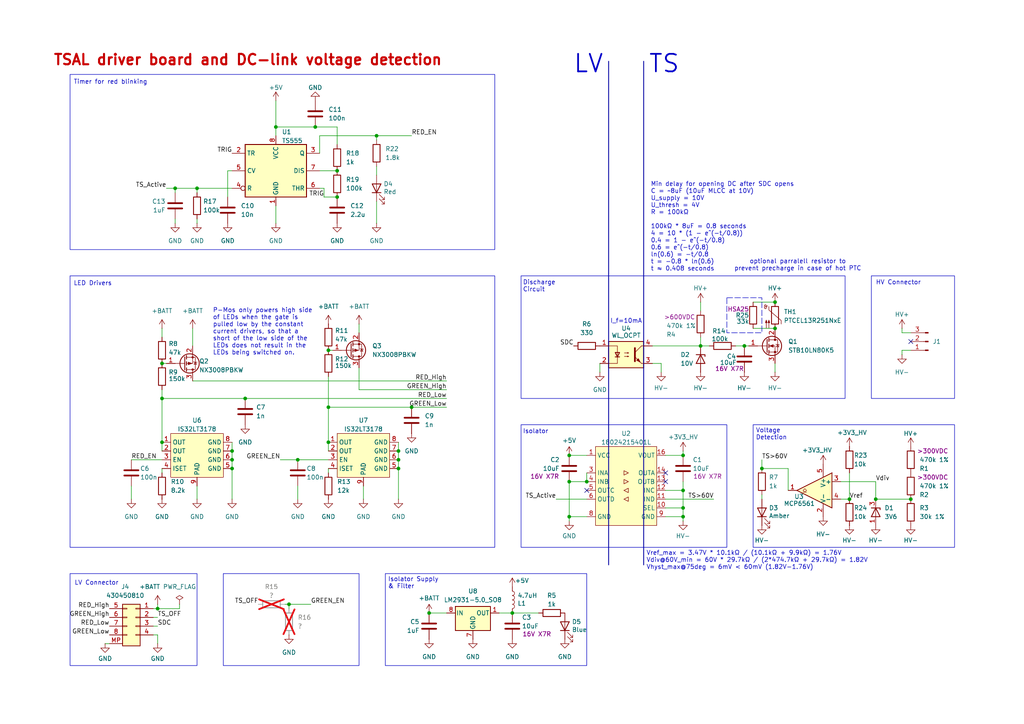
<source format=kicad_sch>
(kicad_sch
	(version 20231120)
	(generator "eeschema")
	(generator_version "8.0")
	(uuid "9debd449-8605-4af8-8da9-c3a8b6bcfdf0")
	(paper "A4")
	
	(junction
		(at 203.2 100.33)
		(diameter 0)
		(color 0 0 0 0)
		(uuid "026eb91c-0463-4bf3-8429-bb33d90c4ba8")
	)
	(junction
		(at 46.99 105.41)
		(diameter 0)
		(color 0 0 0 0)
		(uuid "0684212b-6cd4-4a56-a1fc-cf0157ab846c")
	)
	(junction
		(at 67.31 133.35)
		(diameter 0)
		(color 0 0 0 0)
		(uuid "0b8e9d0e-2844-47b1-a292-a66c081a0afc")
	)
	(junction
		(at 71.12 115.57)
		(diameter 0)
		(color 0 0 0 0)
		(uuid "1174483f-d433-4b40-8af7-67fab2563a72")
	)
	(junction
		(at 80.01 36.83)
		(diameter 0)
		(color 0 0 0 0)
		(uuid "23cf559d-4a68-4f8c-9117-c7ed08cb84fe")
	)
	(junction
		(at 119.38 118.11)
		(diameter 0)
		(color 0 0 0 0)
		(uuid "2897bc79-f091-42d0-8506-a30f02fe2d12")
	)
	(junction
		(at 264.16 144.78)
		(diameter 0)
		(color 0 0 0 0)
		(uuid "382b71dd-5c52-4a1d-b4d2-5189fa6e82d3")
	)
	(junction
		(at 46.99 115.57)
		(diameter 0)
		(color 0 0 0 0)
		(uuid "39822b08-98bc-4493-8fd3-202a068f2a19")
	)
	(junction
		(at 109.22 39.37)
		(diameter 0)
		(color 0 0 0 0)
		(uuid "4305f45e-f1a4-4c60-86d0-ead3bf8575e6")
	)
	(junction
		(at 57.15 54.61)
		(diameter 0)
		(color 0 0 0 0)
		(uuid "443a87a0-ff81-4a2c-8d16-2b84b9d88395")
	)
	(junction
		(at 124.46 177.8)
		(diameter 0)
		(color 0 0 0 0)
		(uuid "4e74a0ca-58df-4fca-b6c6-03c94fbc4213")
	)
	(junction
		(at 220.98 135.89)
		(diameter 0)
		(color 0 0 0 0)
		(uuid "4f586983-1835-4156-89d0-0d64c9781236")
	)
	(junction
		(at 198.12 149.86)
		(diameter 0)
		(color 0 0 0 0)
		(uuid "59902c70-bc3d-4957-a451-1c4c5230d274")
	)
	(junction
		(at 254 144.78)
		(diameter 0)
		(color 0 0 0 0)
		(uuid "657e5819-922b-4878-b7e8-86a3439b8959")
	)
	(junction
		(at 91.44 36.83)
		(diameter 0)
		(color 0 0 0 0)
		(uuid "72c533a0-f633-4f66-bdad-5d4f01f42b33")
	)
	(junction
		(at 198.12 142.24)
		(diameter 0)
		(color 0 0 0 0)
		(uuid "77327ac1-9df2-4a76-ab33-5eabc54b8bdf")
	)
	(junction
		(at 165.1 132.08)
		(diameter 0)
		(color 0 0 0 0)
		(uuid "7abc57d9-8671-4a8c-9b33-3f4d2cffd114")
	)
	(junction
		(at 95.25 128.27)
		(diameter 0)
		(color 0 0 0 0)
		(uuid "8320d1e9-b83e-494a-a1de-ff47d179a262")
	)
	(junction
		(at 115.57 135.89)
		(diameter 0)
		(color 0 0 0 0)
		(uuid "8f38404e-f801-46df-ac64-423d9bc13f39")
	)
	(junction
		(at 67.31 135.89)
		(diameter 0)
		(color 0 0 0 0)
		(uuid "92681660-35f1-4a8a-9f79-1241ab1d160b")
	)
	(junction
		(at 224.79 87.63)
		(diameter 0)
		(color 0 0 0 0)
		(uuid "93175b98-c526-4022-97dd-8f1d7e8ef194")
	)
	(junction
		(at 50.8 54.61)
		(diameter 0)
		(color 0 0 0 0)
		(uuid "93b9162b-86dc-4b9a-bde8-9f1ad8f8fa5e")
	)
	(junction
		(at 83.82 175.26)
		(diameter 0)
		(color 0 0 0 0)
		(uuid "985f8b32-62df-477e-b306-8c5a380159f8")
	)
	(junction
		(at 86.36 133.35)
		(diameter 0)
		(color 0 0 0 0)
		(uuid "9b6ebfac-2946-4494-bc7c-274e0e6bb7a2")
	)
	(junction
		(at 165.1 139.7)
		(diameter 0)
		(color 0 0 0 0)
		(uuid "9dd5d57c-1053-42aa-b3aa-83c966314b07")
	)
	(junction
		(at 198.12 132.08)
		(diameter 0)
		(color 0 0 0 0)
		(uuid "9e2cac65-7086-4064-822b-4c4f67c08068")
	)
	(junction
		(at 246.38 144.78)
		(diameter 0)
		(color 0 0 0 0)
		(uuid "a32d6c63-9cba-46f7-9d81-d37457a84b1d")
	)
	(junction
		(at 224.79 95.25)
		(diameter 0)
		(color 0 0 0 0)
		(uuid "a3b925ad-fa35-48cd-b03c-ff5f061fa7d9")
	)
	(junction
		(at 46.99 128.27)
		(diameter 0)
		(color 0 0 0 0)
		(uuid "a79006a8-0c30-4d13-8fec-52df3743d4bb")
	)
	(junction
		(at 97.79 49.53)
		(diameter 0)
		(color 0 0 0 0)
		(uuid "aa60be46-fb65-447d-b063-aa27086b5fed")
	)
	(junction
		(at 97.79 57.15)
		(diameter 0)
		(color 0 0 0 0)
		(uuid "b156aa98-9bd1-4637-b720-e1f080bcba89")
	)
	(junction
		(at 215.9 100.33)
		(diameter 0)
		(color 0 0 0 0)
		(uuid "b72b0169-a409-42bc-b338-87cd9bb90bb3")
	)
	(junction
		(at 115.57 130.81)
		(diameter 0)
		(color 0 0 0 0)
		(uuid "b90de574-f3cb-42f9-84cf-f72e65de7c8d")
	)
	(junction
		(at 148.59 177.8)
		(diameter 0)
		(color 0 0 0 0)
		(uuid "c0c92021-f951-4e8b-89f0-18795e51dd4e")
	)
	(junction
		(at 45.72 176.53)
		(diameter 0)
		(color 0 0 0 0)
		(uuid "c578b379-d64c-431b-8735-2addbcd258df")
	)
	(junction
		(at 165.1 149.86)
		(diameter 0)
		(color 0 0 0 0)
		(uuid "c609c50b-2fda-418f-840d-6b46602b8051")
	)
	(junction
		(at 95.25 118.11)
		(diameter 0)
		(color 0 0 0 0)
		(uuid "d12b8e07-d9e1-4ce7-b4d3-2e0e3ab9167e")
	)
	(junction
		(at 198.12 147.32)
		(diameter 0)
		(color 0 0 0 0)
		(uuid "e4aeeb52-9e38-4a9e-9df2-b70ffdd725a1")
	)
	(junction
		(at 95.25 101.6)
		(diameter 0)
		(color 0 0 0 0)
		(uuid "f45a437a-f547-45ff-8871-b94936094082")
	)
	(junction
		(at 170.18 139.7)
		(diameter 0)
		(color 0 0 0 0)
		(uuid "f7ca4080-03f2-41e8-ae9b-cf758b11a7b2")
	)
	(junction
		(at 115.57 133.35)
		(diameter 0)
		(color 0 0 0 0)
		(uuid "f83f125f-5534-467d-b8c5-98ea87f028a7")
	)
	(junction
		(at 67.31 130.81)
		(diameter 0)
		(color 0 0 0 0)
		(uuid "fa0e6825-f75e-4603-842f-c8d8eb841e57")
	)
	(no_connect
		(at 264.16 99.06)
		(uuid "134a52fa-13d7-4eb2-b050-9206bac10f56")
	)
	(no_connect
		(at 193.04 139.7)
		(uuid "8d4a1ff3-a7e8-43e7-b7a4-bca41d382e7f")
	)
	(no_connect
		(at 170.18 142.24)
		(uuid "a912002f-e658-401e-963d-bcfa5bc8b9f1")
	)
	(no_connect
		(at 193.04 137.16)
		(uuid "c5b2c002-63e8-49a8-bb04-b4b4c97ccb07")
	)
	(wire
		(pts
			(xy 109.22 50.8) (xy 109.22 48.26)
		)
		(stroke
			(width 0)
			(type default)
		)
		(uuid "08cc3faa-8e13-4765-a5d4-7767a9ecf483")
	)
	(wire
		(pts
			(xy 95.25 109.22) (xy 95.25 118.11)
		)
		(stroke
			(width 0)
			(type default)
		)
		(uuid "0e5fa01f-888b-4da0-8051-abb505d0d6f1")
	)
	(wire
		(pts
			(xy 80.01 29.21) (xy 80.01 36.83)
		)
		(stroke
			(width 0)
			(type default)
		)
		(uuid "14746dbc-b585-42b3-9b2a-d8198cd94899")
	)
	(wire
		(pts
			(xy 198.12 139.7) (xy 198.12 142.24)
		)
		(stroke
			(width 0)
			(type default)
		)
		(uuid "16e17406-0e85-413b-8013-a3deb6fec630")
	)
	(wire
		(pts
			(xy 67.31 128.27) (xy 67.31 130.81)
		)
		(stroke
			(width 0)
			(type default)
		)
		(uuid "177216d3-aa67-4b09-93e4-982ba0afb4d1")
	)
	(wire
		(pts
			(xy 57.15 64.77) (xy 57.15 63.5)
		)
		(stroke
			(width 0)
			(type default)
		)
		(uuid "17f0aba9-ed7e-4491-ad5b-0fc356e93e90")
	)
	(wire
		(pts
			(xy 91.44 36.83) (xy 97.79 36.83)
		)
		(stroke
			(width 0)
			(type default)
		)
		(uuid "19aa88ca-2a44-4ac0-b740-e0e9f7a458e7")
	)
	(wire
		(pts
			(xy 86.36 140.97) (xy 86.36 144.78)
		)
		(stroke
			(width 0)
			(type default)
		)
		(uuid "1fda1f05-694c-4e90-819e-8a629dae2ed5")
	)
	(wire
		(pts
			(xy 198.12 132.08) (xy 198.12 130.81)
		)
		(stroke
			(width 0)
			(type default)
		)
		(uuid "229d8bd6-fbd2-4f9b-8fcd-c9c9af1b9d6a")
	)
	(wire
		(pts
			(xy 92.71 39.37) (xy 92.71 44.45)
		)
		(stroke
			(width 0)
			(type default)
		)
		(uuid "281f7ef5-6196-4c4d-8a6f-a09da9564a67")
	)
	(wire
		(pts
			(xy 80.01 36.83) (xy 80.01 39.37)
		)
		(stroke
			(width 0)
			(type default)
		)
		(uuid "2a306894-5303-4385-b9ae-fdb5850377b0")
	)
	(wire
		(pts
			(xy 83.82 175.26) (xy 90.17 175.26)
		)
		(stroke
			(width 0)
			(type default)
		)
		(uuid "2aebcb75-7a2e-4b21-a27a-5316a1ec930d")
	)
	(wire
		(pts
			(xy 104.14 106.68) (xy 104.14 113.03)
		)
		(stroke
			(width 0)
			(type default)
		)
		(uuid "2b5de279-e99c-46c0-99fd-0c659ebc8ed7")
	)
	(wire
		(pts
			(xy 93.98 54.61) (xy 92.71 54.61)
		)
		(stroke
			(width 0)
			(type default)
		)
		(uuid "2c61c43a-f690-4c26-8cd4-a323021cd220")
	)
	(wire
		(pts
			(xy 45.72 179.07) (xy 44.45 179.07)
		)
		(stroke
			(width 0)
			(type default)
		)
		(uuid "2eca4e06-2093-4d02-a8cd-4b2680d09d37")
	)
	(wire
		(pts
			(xy 104.14 113.03) (xy 129.54 113.03)
		)
		(stroke
			(width 0)
			(type default)
		)
		(uuid "2f155a4b-0a96-4264-8223-66d34f156009")
	)
	(wire
		(pts
			(xy 46.99 135.89) (xy 46.99 137.16)
		)
		(stroke
			(width 0)
			(type default)
		)
		(uuid "3095f70c-fbe4-4463-b6aa-958043cd01f8")
	)
	(wire
		(pts
			(xy 148.59 177.8) (xy 156.21 177.8)
		)
		(stroke
			(width 0)
			(type default)
		)
		(uuid "30af1a62-562f-425a-8b10-46fbf83fdfef")
	)
	(wire
		(pts
			(xy 52.07 175.26) (xy 52.07 176.53)
		)
		(stroke
			(width 0)
			(type default)
		)
		(uuid "32adbf97-df24-40bc-91c6-cf2ad0c5787c")
	)
	(wire
		(pts
			(xy 165.1 149.86) (xy 170.18 149.86)
		)
		(stroke
			(width 0)
			(type default)
		)
		(uuid "34071f44-e945-4188-9f0e-b28c8100bcc6")
	)
	(wire
		(pts
			(xy 86.36 133.35) (xy 95.25 133.35)
		)
		(stroke
			(width 0)
			(type default)
		)
		(uuid "3b016e8a-4566-4e17-8c59-651ec595fb40")
	)
	(wire
		(pts
			(xy 57.15 140.97) (xy 57.15 144.78)
		)
		(stroke
			(width 0)
			(type default)
		)
		(uuid "3e26c73b-bc6c-4c5e-8226-fa4e1c12feba")
	)
	(wire
		(pts
			(xy 193.04 132.08) (xy 198.12 132.08)
		)
		(stroke
			(width 0)
			(type default)
		)
		(uuid "4123c7c1-832a-47b2-95d5-8836ac8a8692")
	)
	(wire
		(pts
			(xy 261.62 101.6) (xy 261.62 102.87)
		)
		(stroke
			(width 0)
			(type default)
		)
		(uuid "42efea56-adb7-477c-b8ad-4c425decf850")
	)
	(wire
		(pts
			(xy 52.07 176.53) (xy 45.72 176.53)
		)
		(stroke
			(width 0)
			(type default)
		)
		(uuid "48fcdccd-36f0-4ec6-be4b-d6e8ae9afd5e")
	)
	(wire
		(pts
			(xy 161.29 144.78) (xy 170.18 144.78)
		)
		(stroke
			(width 0)
			(type default)
		)
		(uuid "4a01bf21-de9e-4c3c-8873-9d1870a780ee")
	)
	(wire
		(pts
			(xy 198.12 151.13) (xy 198.12 149.86)
		)
		(stroke
			(width 0)
			(type default)
		)
		(uuid "4dfd2e6c-39e9-4e9a-b27a-7ddd594af91f")
	)
	(wire
		(pts
			(xy 109.22 39.37) (xy 119.38 39.37)
		)
		(stroke
			(width 0)
			(type default)
		)
		(uuid "4e7bbd84-902d-434f-b713-00abfad86234")
	)
	(wire
		(pts
			(xy 264.16 101.6) (xy 261.62 101.6)
		)
		(stroke
			(width 0)
			(type default)
		)
		(uuid "516561c0-65eb-4cc8-b3dd-564575badfdf")
	)
	(wire
		(pts
			(xy 124.46 177.8) (xy 129.54 177.8)
		)
		(stroke
			(width 0)
			(type default)
		)
		(uuid "51949801-c3a8-4bd0-aaa9-7729a3309c6c")
	)
	(wire
		(pts
			(xy 95.25 135.89) (xy 95.25 137.16)
		)
		(stroke
			(width 0)
			(type default)
		)
		(uuid "5797287a-0b8e-462b-9d40-1ff99e74a4d4")
	)
	(wire
		(pts
			(xy 55.88 110.49) (xy 129.54 110.49)
		)
		(stroke
			(width 0)
			(type default)
		)
		(uuid "5b1e6499-213f-4fe5-bdd5-8d401430d309")
	)
	(wire
		(pts
			(xy 50.8 54.61) (xy 50.8 55.88)
		)
		(stroke
			(width 0)
			(type default)
		)
		(uuid "5c0b9e16-ef71-42f7-8cd1-4204c4ce4c4b")
	)
	(wire
		(pts
			(xy 80.01 59.69) (xy 80.01 64.77)
		)
		(stroke
			(width 0)
			(type default)
		)
		(uuid "5ceacfff-675a-4505-af03-7252b7df055c")
	)
	(wire
		(pts
			(xy 45.72 176.53) (xy 45.72 175.26)
		)
		(stroke
			(width 0)
			(type default)
		)
		(uuid "5da8f322-81db-4457-815f-573a7cfc4736")
	)
	(wire
		(pts
			(xy 93.98 54.61) (xy 93.98 57.15)
		)
		(stroke
			(width 0)
			(type default)
		)
		(uuid "60b1a118-c444-45c8-b2aa-3f722f52d325")
	)
	(wire
		(pts
			(xy 46.99 105.41) (xy 48.26 105.41)
		)
		(stroke
			(width 0)
			(type default)
		)
		(uuid "610f16f0-3a40-4796-8875-5cb39a6c613d")
	)
	(wire
		(pts
			(xy 218.44 87.63) (xy 224.79 87.63)
		)
		(stroke
			(width 0)
			(type default)
		)
		(uuid "61df12f7-eea4-4bee-b0ee-ba6e638bd219")
	)
	(wire
		(pts
			(xy 193.04 144.78) (xy 207.01 144.78)
		)
		(stroke
			(width 0)
			(type default)
		)
		(uuid "63ec55bc-94ab-49d7-b638-9048a08d6bc6")
	)
	(wire
		(pts
			(xy 220.98 143.51) (xy 220.98 144.78)
		)
		(stroke
			(width 0)
			(type default)
		)
		(uuid "64659341-fa1a-4c37-87d4-26c477530b61")
	)
	(wire
		(pts
			(xy 246.38 144.78) (xy 243.84 144.78)
		)
		(stroke
			(width 0)
			(type default)
		)
		(uuid "65c6d023-27ad-4fe3-8c23-dd87be36385a")
	)
	(wire
		(pts
			(xy 203.2 87.63) (xy 203.2 90.17)
		)
		(stroke
			(width 0)
			(type default)
		)
		(uuid "69c23500-65df-4f5b-9dc6-65450a94e814")
	)
	(wire
		(pts
			(xy 193.04 149.86) (xy 198.12 149.86)
		)
		(stroke
			(width 0)
			(type default)
		)
		(uuid "6ec11311-5915-4596-9ae0-0d27c4a8047b")
	)
	(wire
		(pts
			(xy 67.31 135.89) (xy 67.31 144.78)
		)
		(stroke
			(width 0)
			(type default)
		)
		(uuid "716bcd72-d402-4f0a-ba82-e1a6a3225263")
	)
	(wire
		(pts
			(xy 198.12 149.86) (xy 198.12 147.32)
		)
		(stroke
			(width 0)
			(type default)
		)
		(uuid "74239838-dc30-40f2-9177-ba3ec68566de")
	)
	(wire
		(pts
			(xy 109.22 40.64) (xy 109.22 39.37)
		)
		(stroke
			(width 0)
			(type default)
		)
		(uuid "74744c2d-6f74-4a63-8265-15e7bcdadc8d")
	)
	(wire
		(pts
			(xy 224.79 107.95) (xy 224.79 105.41)
		)
		(stroke
			(width 0)
			(type default)
		)
		(uuid "763ca273-69bc-4ea7-b7f2-385d2de19e1f")
	)
	(wire
		(pts
			(xy 189.23 100.33) (xy 203.2 100.33)
		)
		(stroke
			(width 0)
			(type default)
		)
		(uuid "76d112dc-c4d8-4560-bf67-25425a15e51b")
	)
	(wire
		(pts
			(xy 203.2 100.33) (xy 205.74 100.33)
		)
		(stroke
			(width 0)
			(type default)
		)
		(uuid "76f2e9cb-0bc1-494a-b44a-d0a45c4841b7")
	)
	(wire
		(pts
			(xy 193.04 142.24) (xy 198.12 142.24)
		)
		(stroke
			(width 0)
			(type default)
		)
		(uuid "7941d173-e121-46a4-ab88-f7610a7a3b19")
	)
	(wire
		(pts
			(xy 46.99 128.27) (xy 46.99 115.57)
		)
		(stroke
			(width 0)
			(type default)
		)
		(uuid "79fdeea7-a811-4679-bf8d-41883ace9c46")
	)
	(wire
		(pts
			(xy 109.22 39.37) (xy 92.71 39.37)
		)
		(stroke
			(width 0)
			(type default)
		)
		(uuid "7a80359c-8dde-4ad4-94ec-643d915dc2cc")
	)
	(wire
		(pts
			(xy 67.31 49.53) (xy 66.04 49.53)
		)
		(stroke
			(width 0)
			(type default)
		)
		(uuid "7e68fbcf-daa3-429c-b7b5-7af4edb806c4")
	)
	(wire
		(pts
			(xy 50.8 63.5) (xy 50.8 64.77)
		)
		(stroke
			(width 0)
			(type default)
		)
		(uuid "7fffe215-f32a-46bc-bcb7-db0d487c7091")
	)
	(wire
		(pts
			(xy 38.1 140.97) (xy 38.1 144.78)
		)
		(stroke
			(width 0)
			(type default)
		)
		(uuid "83adce8b-f9e0-4f83-a31f-84a555389e21")
	)
	(wire
		(pts
			(xy 191.77 107.95) (xy 191.77 105.41)
		)
		(stroke
			(width 0)
			(type default)
		)
		(uuid "85c6a4a9-2a58-45e1-b2e8-8ed6800b4311")
	)
	(wire
		(pts
			(xy 215.9 100.33) (xy 217.17 100.33)
		)
		(stroke
			(width 0)
			(type default)
		)
		(uuid "86f397cb-8487-4b2c-9bc3-10fba66a8d29")
	)
	(wire
		(pts
			(xy 203.2 97.79) (xy 203.2 100.33)
		)
		(stroke
			(width 0)
			(type default)
		)
		(uuid "87b6faf2-4214-4f30-9c03-bfc24ca489b6")
	)
	(wire
		(pts
			(xy 95.25 101.6) (xy 96.52 101.6)
		)
		(stroke
			(width 0)
			(type default)
		)
		(uuid "8a735b3d-34cb-4e5c-8bce-312df18d31a8")
	)
	(wire
		(pts
			(xy 97.79 41.91) (xy 97.79 36.83)
		)
		(stroke
			(width 0)
			(type default)
		)
		(uuid "8cf03936-ed06-4b6b-80e2-98b30aa54768")
	)
	(wire
		(pts
			(xy 67.31 130.81) (xy 67.31 133.35)
		)
		(stroke
			(width 0)
			(type default)
		)
		(uuid "8d318f9a-533d-482a-b1e3-7b8844030ad0")
	)
	(wire
		(pts
			(xy 92.71 49.53) (xy 97.79 49.53)
		)
		(stroke
			(width 0)
			(type default)
		)
		(uuid "91c32884-100c-438c-bf5d-58556ec9eb2c")
	)
	(polyline
		(pts
			(xy 176.53 17.78) (xy 176.53 163.83)
		)
		(stroke
			(width 0.254)
			(type default)
			(color 0 0 162 0.3137254902)
		)
		(uuid "93446e12-8872-4999-aa10-3d8244057946")
	)
	(wire
		(pts
			(xy 213.36 100.33) (xy 215.9 100.33)
		)
		(stroke
			(width 0)
			(type default)
		)
		(uuid "94d31da6-e66c-42e5-9bdd-7ed5471c24e9")
	)
	(wire
		(pts
			(xy 261.62 96.52) (xy 264.16 96.52)
		)
		(stroke
			(width 0)
			(type default)
		)
		(uuid "977ff348-f8b0-4f0b-8456-2e5206d8564f")
	)
	(wire
		(pts
			(xy 104.14 93.98) (xy 104.14 96.52)
		)
		(stroke
			(width 0)
			(type default)
		)
		(uuid "9a4e7cca-5130-47c9-b3bc-13c11a9a2105")
	)
	(wire
		(pts
			(xy 45.72 184.15) (xy 44.45 184.15)
		)
		(stroke
			(width 0)
			(type default)
		)
		(uuid "9cbb5b4b-2d7b-4f1c-9c45-2b520b1717ef")
	)
	(wire
		(pts
			(xy 193.04 147.32) (xy 198.12 147.32)
		)
		(stroke
			(width 0)
			(type default)
		)
		(uuid "9cd099f2-df6e-47fb-96eb-5c8cec3538ce")
	)
	(wire
		(pts
			(xy 189.23 105.41) (xy 191.77 105.41)
		)
		(stroke
			(width 0)
			(type default)
		)
		(uuid "9cf0f3a8-6b74-4479-b75a-0b8d6ae0f62d")
	)
	(wire
		(pts
			(xy 261.62 96.52) (xy 261.62 95.25)
		)
		(stroke
			(width 0)
			(type default)
		)
		(uuid "9fd93f4e-9c1f-42a1-a38f-3dcc276cb349")
	)
	(wire
		(pts
			(xy 80.01 36.83) (xy 91.44 36.83)
		)
		(stroke
			(width 0)
			(type default)
		)
		(uuid "a0d2bfb7-68dc-42be-b022-2ecc8de61027")
	)
	(wire
		(pts
			(xy 105.41 140.97) (xy 105.41 144.78)
		)
		(stroke
			(width 0)
			(type default)
		)
		(uuid "a1a3ff77-2de9-4e69-9e13-e67afd22e7d9")
	)
	(wire
		(pts
			(xy 48.26 54.61) (xy 50.8 54.61)
		)
		(stroke
			(width 0)
			(type default)
		)
		(uuid "a1db2584-95d3-4bf7-9adb-abc94678c63a")
	)
	(wire
		(pts
			(xy 95.25 128.27) (xy 95.25 130.81)
		)
		(stroke
			(width 0)
			(type default)
		)
		(uuid "a71b51c6-9dae-4fa6-8f22-d8964efee844")
	)
	(wire
		(pts
			(xy 119.38 118.11) (xy 129.54 118.11)
		)
		(stroke
			(width 0)
			(type default)
		)
		(uuid "a98109a1-8b03-49ba-ae6e-77bce6ff401a")
	)
	(wire
		(pts
			(xy 144.78 177.8) (xy 148.59 177.8)
		)
		(stroke
			(width 0)
			(type default)
		)
		(uuid "aece7f3e-8357-4bbb-aca4-2c2c7705c932")
	)
	(wire
		(pts
			(xy 46.99 115.57) (xy 71.12 115.57)
		)
		(stroke
			(width 0)
			(type default)
		)
		(uuid "b25449d1-cef0-4f6c-a7ca-2f7b8ae67bd5")
	)
	(wire
		(pts
			(xy 228.6 135.89) (xy 228.6 142.24)
		)
		(stroke
			(width 0)
			(type default)
		)
		(uuid "b268647f-2ac0-4321-b896-3d48695e5dc2")
	)
	(wire
		(pts
			(xy 254 144.78) (xy 254 139.7)
		)
		(stroke
			(width 0)
			(type default)
		)
		(uuid "b4edd754-ff1b-4c8d-a27b-8a07a2ed05f1")
	)
	(wire
		(pts
			(xy 46.99 113.03) (xy 46.99 115.57)
		)
		(stroke
			(width 0)
			(type default)
		)
		(uuid "b5dd2cae-db7f-46b6-bc64-fdafa3ab2830")
	)
	(wire
		(pts
			(xy 81.28 133.35) (xy 86.36 133.35)
		)
		(stroke
			(width 0)
			(type default)
		)
		(uuid "ba595097-ef72-4be0-a81b-3f69ac6dc061")
	)
	(wire
		(pts
			(xy 220.98 133.35) (xy 220.98 135.89)
		)
		(stroke
			(width 0)
			(type default)
		)
		(uuid "bb6050b7-e300-478c-a700-f7e13a77b558")
	)
	(wire
		(pts
			(xy 218.44 95.25) (xy 224.79 95.25)
		)
		(stroke
			(width 0)
			(type default)
		)
		(uuid "c0da4088-b8dd-4120-bb51-0998c4f90fa0")
	)
	(wire
		(pts
			(xy 71.12 115.57) (xy 129.54 115.57)
		)
		(stroke
			(width 0)
			(type default)
		)
		(uuid "c3517ed0-5916-4e21-bfeb-6768f868fd3f")
	)
	(wire
		(pts
			(xy 165.1 139.7) (xy 170.18 139.7)
		)
		(stroke
			(width 0)
			(type default)
		)
		(uuid "c4162fec-d33d-48bf-81da-987a88c74724")
	)
	(polyline
		(pts
			(xy 186.69 17.78) (xy 186.69 163.83)
		)
		(stroke
			(width 0.254)
			(type default)
			(color 0 0 162 0.3137254902)
		)
		(uuid "c6016b43-33f4-4b64-99c9-baac37034c3b")
	)
	(wire
		(pts
			(xy 198.12 147.32) (xy 198.12 142.24)
		)
		(stroke
			(width 0)
			(type default)
		)
		(uuid "c8151381-acb0-4fc9-903e-fa8035e4a6ab")
	)
	(wire
		(pts
			(xy 165.1 139.7) (xy 165.1 149.86)
		)
		(stroke
			(width 0)
			(type default)
		)
		(uuid "c88a330b-c512-438e-a36f-9209419b6f19")
	)
	(wire
		(pts
			(xy 55.88 95.25) (xy 55.88 100.33)
		)
		(stroke
			(width 0)
			(type default)
		)
		(uuid "c97440a5-529a-4b00-9c8a-7e22678aa27a")
	)
	(wire
		(pts
			(xy 115.57 130.81) (xy 115.57 133.35)
		)
		(stroke
			(width 0)
			(type default)
		)
		(uuid "cab3c9f3-25e5-4086-b30e-c402143fc906")
	)
	(wire
		(pts
			(xy 109.22 58.42) (xy 109.22 64.77)
		)
		(stroke
			(width 0)
			(type default)
		)
		(uuid "cb7c0127-51e0-4d29-81ba-23f0dddee6b3")
	)
	(wire
		(pts
			(xy 45.72 186.69) (xy 45.72 184.15)
		)
		(stroke
			(width 0)
			(type default)
		)
		(uuid "cd51db21-7a69-40ab-8813-6cff9f81b1df")
	)
	(wire
		(pts
			(xy 173.99 107.95) (xy 173.99 105.41)
		)
		(stroke
			(width 0)
			(type default)
		)
		(uuid "d1ab1a52-61a5-421f-867c-d622c823f65e")
	)
	(wire
		(pts
			(xy 57.15 55.88) (xy 57.15 54.61)
		)
		(stroke
			(width 0)
			(type default)
		)
		(uuid "d3e62aeb-0c84-4d0f-a878-f1638a4385b7")
	)
	(wire
		(pts
			(xy 170.18 137.16) (xy 170.18 139.7)
		)
		(stroke
			(width 0)
			(type default)
		)
		(uuid "dbaca429-ce07-428b-b53f-fc8239c6133a")
	)
	(wire
		(pts
			(xy 95.25 118.11) (xy 95.25 128.27)
		)
		(stroke
			(width 0)
			(type default)
		)
		(uuid "de1c3265-5b8c-4f3a-9f10-6be17180df1a")
	)
	(wire
		(pts
			(xy 57.15 54.61) (xy 67.31 54.61)
		)
		(stroke
			(width 0)
			(type default)
		)
		(uuid "e0ab9f23-9ff3-49be-8a3b-93b94101a522")
	)
	(wire
		(pts
			(xy 45.72 181.61) (xy 44.45 181.61)
		)
		(stroke
			(width 0)
			(type default)
		)
		(uuid "e2f1c083-ce12-4788-b39b-5f2409e9f916")
	)
	(wire
		(pts
			(xy 83.82 176.53) (xy 83.82 175.26)
		)
		(stroke
			(width 0)
			(type default)
		)
		(uuid "e30f0bf8-4660-40da-bc2f-5ae20153ce53")
	)
	(wire
		(pts
			(xy 115.57 133.35) (xy 115.57 135.89)
		)
		(stroke
			(width 0)
			(type default)
		)
		(uuid "e3c12d6a-993a-471e-8393-e1d8f1af4c2d")
	)
	(wire
		(pts
			(xy 115.57 128.27) (xy 115.57 130.81)
		)
		(stroke
			(width 0)
			(type default)
		)
		(uuid "e4d90a6c-63a5-4ce7-9a61-f19bf3b47f7b")
	)
	(wire
		(pts
			(xy 82.55 175.26) (xy 83.82 175.26)
		)
		(stroke
			(width 0)
			(type default)
		)
		(uuid "e5bfb8d7-61db-4d62-ae2a-26383582b8e1")
	)
	(wire
		(pts
			(xy 95.25 118.11) (xy 119.38 118.11)
		)
		(stroke
			(width 0)
			(type default)
		)
		(uuid "e5ef6f88-448f-4db7-8b95-dc2f16814e62")
	)
	(wire
		(pts
			(xy 38.1 133.35) (xy 46.99 133.35)
		)
		(stroke
			(width 0)
			(type default)
		)
		(uuid "eab4768c-ba16-4ce4-b7ad-8fc9d6d87bc6")
	)
	(wire
		(pts
			(xy 170.18 132.08) (xy 165.1 132.08)
		)
		(stroke
			(width 0)
			(type default)
		)
		(uuid "ec35287f-a6ab-453d-b58b-4921db9571b4")
	)
	(wire
		(pts
			(xy 45.72 176.53) (xy 44.45 176.53)
		)
		(stroke
			(width 0)
			(type default)
		)
		(uuid "edb21dad-5777-4d9a-a41d-c5af6c031a5d")
	)
	(wire
		(pts
			(xy 254 144.78) (xy 264.16 144.78)
		)
		(stroke
			(width 0)
			(type default)
		)
		(uuid "efc14bc2-ba36-41c9-bf78-2d56e175b0f0")
	)
	(wire
		(pts
			(xy 66.04 49.53) (xy 66.04 57.15)
		)
		(stroke
			(width 0)
			(type default)
		)
		(uuid "f03928b4-2ff8-4678-ae2e-b2da3fe13789")
	)
	(wire
		(pts
			(xy 254 139.7) (xy 243.84 139.7)
		)
		(stroke
			(width 0)
			(type default)
		)
		(uuid "f144acb6-984e-4e26-914f-127d98731133")
	)
	(wire
		(pts
			(xy 115.57 135.89) (xy 115.57 144.78)
		)
		(stroke
			(width 0)
			(type default)
		)
		(uuid "f171e986-8295-4f4e-be69-4ce0bea275d3")
	)
	(wire
		(pts
			(xy 93.98 57.15) (xy 97.79 57.15)
		)
		(stroke
			(width 0)
			(type default)
		)
		(uuid "f1891d3c-1225-42e4-b9bb-33fec4330211")
	)
	(wire
		(pts
			(xy 46.99 95.25) (xy 46.99 97.79)
		)
		(stroke
			(width 0)
			(type default)
		)
		(uuid "f29dfab2-f044-4de1-a893-1b6b2a1ee045")
	)
	(wire
		(pts
			(xy 46.99 128.27) (xy 46.99 130.81)
		)
		(stroke
			(width 0)
			(type default)
		)
		(uuid "f343a2b7-93be-4ab0-8d24-98768a5154ca")
	)
	(wire
		(pts
			(xy 50.8 54.61) (xy 57.15 54.61)
		)
		(stroke
			(width 0)
			(type default)
		)
		(uuid "f616a9a2-32a8-4be4-baea-a34449a37045")
	)
	(wire
		(pts
			(xy 220.98 135.89) (xy 228.6 135.89)
		)
		(stroke
			(width 0)
			(type default)
		)
		(uuid "f6299c65-6439-4c8d-92a3-fc04fce62441")
	)
	(wire
		(pts
			(xy 67.31 133.35) (xy 67.31 135.89)
		)
		(stroke
			(width 0)
			(type default)
		)
		(uuid "f634fedb-a619-4e10-8fb4-3746d93f0a0f")
	)
	(wire
		(pts
			(xy 30.48 186.69) (xy 31.75 186.69)
		)
		(stroke
			(width 0)
			(type default)
		)
		(uuid "f74d19bf-8e6a-4764-a21a-056b08da720f")
	)
	(wire
		(pts
			(xy 165.1 151.13) (xy 165.1 149.86)
		)
		(stroke
			(width 0)
			(type default)
		)
		(uuid "f7df42ec-4b3c-4802-9a7e-433b8dc41143")
	)
	(wire
		(pts
			(xy 246.38 137.16) (xy 246.38 144.78)
		)
		(stroke
			(width 0)
			(type default)
		)
		(uuid "fb66c788-6f32-4c76-abda-f90ebba1a09d")
	)
	(rectangle
		(start 218.44 123.19)
		(end 276.86 158.75)
		(stroke
			(width 0)
			(type default)
		)
		(fill
			(type none)
		)
		(uuid 01fed345-fb0e-4438-8683-f6edb25b6a91)
	)
	(rectangle
		(start 151.13 123.19)
		(end 210.82 158.75)
		(stroke
			(width 0)
			(type default)
		)
		(fill
			(type none)
		)
		(uuid 25e65339-0734-438b-8d87-a0ea641d99f1)
	)
	(rectangle
		(start 20.32 21.59)
		(end 143.51 72.39)
		(stroke
			(width 0)
			(type default)
		)
		(fill
			(type none)
		)
		(uuid 47e70481-caa6-40e6-bd1d-661c6a983805)
	)
	(rectangle
		(start 20.32 80.01)
		(end 143.51 158.75)
		(stroke
			(width 0)
			(type default)
		)
		(fill
			(type none)
		)
		(uuid 4ff4e1dd-d613-4552-b94a-4d8ecbb26631)
	)
	(rectangle
		(start 64.77 166.37)
		(end 104.14 193.04)
		(stroke
			(width 0)
			(type default)
		)
		(fill
			(type none)
		)
		(uuid 57f1f181-f5da-4c6f-b30f-00170b7564e4)
	)
	(rectangle
		(start 252.73 80.01)
		(end 276.86 115.57)
		(stroke
			(width 0)
			(type default)
		)
		(fill
			(type none)
		)
		(uuid 6193ed35-fabe-433c-8a2a-52dee59533be)
	)
	(rectangle
		(start 210.82 86.36)
		(end 220.98 96.52)
		(stroke
			(width 0)
			(type dash)
		)
		(fill
			(type none)
		)
		(uuid a5540966-6149-4be5-8821-7a2ee06f0cd8)
	)
	(rectangle
		(start 20.32 166.37)
		(end 57.15 193.04)
		(stroke
			(width 0)
			(type default)
		)
		(fill
			(type none)
		)
		(uuid c8bc12c9-d350-448e-8b54-fbd321147316)
	)
	(rectangle
		(start 151.13 80.01)
		(end 245.11 115.57)
		(stroke
			(width 0)
			(type default)
		)
		(fill
			(type none)
		)
		(uuid e5e54236-6014-403b-afd6-0a6cc5aa0c9e)
	)
	(rectangle
		(start 111.76 166.37)
		(end 170.18 193.04)
		(stroke
			(width 0)
			(type default)
		)
		(fill
			(type none)
		)
		(uuid ec740441-49dc-4fae-bd7e-e900482e3703)
	)
	(text "TS"
		(exclude_from_sim no)
		(at 187.96 21.59 0)
		(effects
			(font
				(size 5.08 5.08)
				(thickness 0.508)
				(bold yes)
			)
			(justify left bottom)
		)
		(uuid "021b61db-6296-40c2-b79b-5b093973b8bc")
	)
	(text "optional parralell resistor to\nprevent precharge in case of hot PTC"
		(exclude_from_sim no)
		(at 231.394 76.962 0)
		(effects
			(font
				(size 1.27 1.27)
			)
		)
		(uuid "068be38f-c9c2-417e-9213-4818c911c12a")
	)
	(text "LED Drivers"
		(exclude_from_sim no)
		(at 21.336 82.296 0)
		(effects
			(font
				(size 1.27 1.27)
			)
			(justify left)
		)
		(uuid "3677f57d-b2b3-41d7-b406-aac319f88591")
	)
	(text "Voltage\nDetection\n"
		(exclude_from_sim no)
		(at 219.202 125.984 0)
		(effects
			(font
				(size 1.27 1.27)
			)
			(justify left)
		)
		(uuid "45ce58e6-3841-482c-a39f-c70a041c4c6b")
	)
	(text "LV Connector"
		(exclude_from_sim no)
		(at 21.59 169.164 0)
		(effects
			(font
				(size 1.27 1.27)
			)
			(justify left)
		)
		(uuid "5b97e0ec-2be3-4f34-a177-ec8eaa54b7b7")
	)
	(text "Min delay for opening DC after SDC opens\nC = ~8uF (10uF MLCC at 10V)\nU_supply = 10V\nU_thresh = 4V\nR = 100kΩ\n\n100kΩ * 8uF = 0.8 seconds\n4 = 10 * (1 - e^(-t/0.8))\n0.4 = 1 - e^(-t/0.8)\n0.6 = e^(-t/0.8)\nln(0.6) = -t/0.8\nt = -0.8 * ln(0.6)\nt ≈ 0.408 seconds\n"
		(exclude_from_sim no)
		(at 188.722 65.786 0)
		(effects
			(font
				(size 1.27 1.27)
			)
			(justify left)
		)
		(uuid "5c98b1ac-2379-4829-9812-51380774d651")
	)
	(text "TSAL driver board and DC-link voltage detection"
		(exclude_from_sim no)
		(at 71.882 17.526 0)
		(effects
			(font
				(size 3 3)
				(thickness 0.6)
				(bold yes)
				(color 194 0 0 1)
			)
		)
		(uuid "6eafd69d-d45d-4a3f-8930-66db40ccef74")
	)
	(text "Discharge\nCircuit"
		(exclude_from_sim no)
		(at 151.638 83.058 0)
		(effects
			(font
				(size 1.27 1.27)
			)
			(justify left)
		)
		(uuid "70134144-881b-44af-a32c-094f2f38cb97")
	)
	(text "Timer for red blinking"
		(exclude_from_sim no)
		(at 21.336 23.876 0)
		(effects
			(font
				(size 1.27 1.27)
			)
			(justify left)
		)
		(uuid "7038987e-7341-4060-bae1-07f28aa7ce1d")
	)
	(text "HV Connector"
		(exclude_from_sim no)
		(at 254 82.042 0)
		(effects
			(font
				(size 1.27 1.27)
			)
			(justify left)
		)
		(uuid "b0e50c81-d78e-40f1-80e2-61474f294946")
	)
	(text "LV"
		(exclude_from_sim no)
		(at 175.26 21.59 0)
		(effects
			(font
				(size 5.08 5.08)
				(thickness 0.508)
				(bold yes)
			)
			(justify right bottom)
		)
		(uuid "bae6a436-f5e1-472d-a1d2-3e42c2d66f22")
	)
	(text "Isolator"
		(exclude_from_sim no)
		(at 151.638 125.222 0)
		(effects
			(font
				(size 1.27 1.27)
			)
			(justify left)
		)
		(uuid "df682997-c89a-4a5f-872a-73e5ee8f662a")
	)
	(text "Vref_max = 3.47V * 10.1kΩ / (10.1kΩ + 9.9kΩ) = 1.76V\nVdiv@60V_min = 60V * 29.7kΩ / (2*474.7kΩ + 29.7kΩ) = 1.82V\nVhyst_max@75deg = 6mV < 60mV (1.82V-1.76V)"
		(exclude_from_sim no)
		(at 187.452 162.56 0)
		(effects
			(font
				(size 1.27 1.27)
			)
			(justify left)
		)
		(uuid "e589dcb2-387b-4764-962e-d312be997c64")
	)
	(text "I_f=10mA"
		(exclude_from_sim no)
		(at 181.61 93.218 0)
		(effects
			(font
				(size 1.27 1.27)
			)
		)
		(uuid "e648008f-f1a0-444b-8511-ce30c0093c72")
	)
	(text "Isolator Supply\n& Filter"
		(exclude_from_sim no)
		(at 112.522 169.164 0)
		(effects
			(font
				(size 1.27 1.27)
			)
			(justify left)
		)
		(uuid "f6e77845-6a9f-4a86-9629-3082379a248b")
	)
	(text "P-Mos only powers high side\nof LEDs when the gate is\npulled low by the constant\ncurrent drivers, so that a\nshort of the low side of the\nLEDs does not result in the\nLEDs being switched on."
		(exclude_from_sim no)
		(at 61.722 103.124 0)
		(effects
			(font
				(size 1.27 1.27)
			)
			(justify left bottom)
		)
		(uuid "fdb9635e-5877-4879-b985-cfb6f1947ca8")
	)
	(label "GREEN_EN"
		(at 81.28 133.35 180)
		(fields_autoplaced yes)
		(effects
			(font
				(size 1.27 1.27)
			)
			(justify right bottom)
		)
		(uuid "238fcfe9-1b36-4569-a39c-f6a8fc2188d7")
	)
	(label "Vdiv"
		(at 254 139.7 0)
		(fields_autoplaced yes)
		(effects
			(font
				(size 1.27 1.27)
			)
			(justify left bottom)
		)
		(uuid "373766a1-9a77-46a3-9aea-be92ea9903d0")
	)
	(label "TS_OFF"
		(at 45.72 179.07 0)
		(fields_autoplaced yes)
		(effects
			(font
				(size 1.27 1.27)
			)
			(justify left bottom)
		)
		(uuid "39fd68ae-5888-4b2f-b635-ec2f3e0676df")
	)
	(label "Vref"
		(at 246.38 144.78 0)
		(fields_autoplaced yes)
		(effects
			(font
				(size 1.27 1.27)
			)
			(justify left bottom)
		)
		(uuid "4481290f-d1f1-41f0-b4b8-961ce91f9a27")
	)
	(label "GREEN_High"
		(at 129.54 113.03 180)
		(fields_autoplaced yes)
		(effects
			(font
				(size 1.27 1.27)
			)
			(justify right bottom)
		)
		(uuid "4f585b78-a3ad-49f9-8bfa-8e3c1cbbbaa1")
	)
	(label "SDC"
		(at 166.37 100.33 180)
		(fields_autoplaced yes)
		(effects
			(font
				(size 1.27 1.27)
			)
			(justify right bottom)
		)
		(uuid "5b660d73-800e-4ede-80d8-3e5300cfe7c9")
	)
	(label "TRIG"
		(at 93.98 57.15 180)
		(fields_autoplaced yes)
		(effects
			(font
				(size 1.27 1.27)
			)
			(justify right bottom)
		)
		(uuid "71f3dd8b-82f7-4711-b3ab-8469aac22899")
	)
	(label "RED_High"
		(at 129.54 110.49 180)
		(fields_autoplaced yes)
		(effects
			(font
				(size 1.27 1.27)
			)
			(justify right bottom)
		)
		(uuid "75ead031-9178-4e75-8e3a-92c80ffc5e62")
	)
	(label "RED_EN"
		(at 119.38 39.37 0)
		(fields_autoplaced yes)
		(effects
			(font
				(size 1.27 1.27)
			)
			(justify left bottom)
		)
		(uuid "88c4c738-2845-4638-91db-bccc1a6f589e")
	)
	(label "GREEN_Low"
		(at 31.75 184.15 180)
		(fields_autoplaced yes)
		(effects
			(font
				(size 1.27 1.27)
			)
			(justify right bottom)
		)
		(uuid "985a280d-57e1-419c-9258-d5367f174fe1")
	)
	(label "TS_Active"
		(at 161.29 144.78 180)
		(fields_autoplaced yes)
		(effects
			(font
				(size 1.27 1.27)
			)
			(justify right bottom)
		)
		(uuid "9e33e52f-2103-46ef-ad17-472ed12a9cae")
	)
	(label "GREEN_EN"
		(at 90.17 175.26 0)
		(fields_autoplaced yes)
		(effects
			(font
				(size 1.27 1.27)
			)
			(justify left bottom)
		)
		(uuid "a71d8013-a520-4c34-ba83-906043c9623f")
	)
	(label "SDC"
		(at 45.72 181.61 0)
		(fields_autoplaced yes)
		(effects
			(font
				(size 1.27 1.27)
			)
			(justify left bottom)
		)
		(uuid "ad6e350b-2608-49fe-8b82-3c6bf1ee9e2f")
	)
	(label "GREEN_Low"
		(at 129.54 118.11 180)
		(fields_autoplaced yes)
		(effects
			(font
				(size 1.27 1.27)
			)
			(justify right bottom)
		)
		(uuid "b2d43ad5-53a9-40bf-8fdf-594161cd8f4b")
	)
	(label "GREEN_High"
		(at 31.75 179.07 180)
		(fields_autoplaced yes)
		(effects
			(font
				(size 1.27 1.27)
			)
			(justify right bottom)
		)
		(uuid "b75fbcca-47aa-44a9-b3f5-eb26f0b76f56")
	)
	(label "TS>60V"
		(at 207.01 144.78 180)
		(fields_autoplaced yes)
		(effects
			(font
				(size 1.27 1.27)
			)
			(justify right bottom)
		)
		(uuid "cae32917-fa13-4ecb-a8d5-6bd5a9b4b047")
	)
	(label "TS>60V"
		(at 220.98 133.35 0)
		(fields_autoplaced yes)
		(effects
			(font
				(size 1.27 1.27)
			)
			(justify left bottom)
		)
		(uuid "cbdd5f1a-cbe9-4d41-8988-8ce5d29b1581")
	)
	(label "TRIG"
		(at 67.31 44.45 180)
		(fields_autoplaced yes)
		(effects
			(font
				(size 1.27 1.27)
			)
			(justify right bottom)
		)
		(uuid "d24ed776-f33f-4d35-a0fb-1b6b528a3bc2")
	)
	(label "TS_OFF"
		(at 74.93 175.26 180)
		(fields_autoplaced yes)
		(effects
			(font
				(size 1.27 1.27)
			)
			(justify right bottom)
		)
		(uuid "eb9d6a65-2132-42c6-b52d-d44efa22777c")
	)
	(label "RED_High"
		(at 31.75 176.53 180)
		(fields_autoplaced yes)
		(effects
			(font
				(size 1.27 1.27)
			)
			(justify right bottom)
		)
		(uuid "ec24e6e3-ba9b-44de-a68f-e87f81452a9e")
	)
	(label "RED_EN"
		(at 38.1 133.35 0)
		(fields_autoplaced yes)
		(effects
			(font
				(size 1.27 1.27)
			)
			(justify left bottom)
		)
		(uuid "eee243c5-f291-4fb4-9080-d7990c64df59")
	)
	(label "RED_Low"
		(at 129.54 115.57 180)
		(fields_autoplaced yes)
		(effects
			(font
				(size 1.27 1.27)
			)
			(justify right bottom)
		)
		(uuid "f6286c1d-8f1a-41d5-9715-49d170b7920c")
	)
	(label "RED_Low"
		(at 31.75 181.61 180)
		(fields_autoplaced yes)
		(effects
			(font
				(size 1.27 1.27)
			)
			(justify right bottom)
		)
		(uuid "f843dda1-a74f-4447-9bbe-bf4e81698c18")
	)
	(label "TS_Active"
		(at 48.26 54.61 180)
		(fields_autoplaced yes)
		(effects
			(font
				(size 1.27 1.27)
			)
			(justify right bottom)
		)
		(uuid "fa340064-39e5-4fb6-a144-024a14842432")
	)
	(symbol
		(lib_id "Device:R")
		(at 46.99 109.22 0)
		(unit 1)
		(exclude_from_sim no)
		(in_bom yes)
		(on_board yes)
		(dnp no)
		(uuid "099ea61e-eb4b-4378-a1e3-55478918a7e0")
		(property "Reference" "R9"
			(at 48.895 107.95 0)
			(effects
				(font
					(size 1.27 1.27)
				)
				(justify left)
			)
		)
		(property "Value" "150k"
			(at 48.895 109.855 0)
			(effects
				(font
					(size 1.27 1.27)
				)
				(justify left)
			)
		)
		(property "Footprint" "Resistor_SMD:R_0603_1608Metric"
			(at 45.212 109.22 90)
			(effects
				(font
					(size 1.27 1.27)
				)
				(hide yes)
			)
		)
		(property "Datasheet" "~"
			(at 46.99 109.22 0)
			(effects
				(font
					(size 1.27 1.27)
				)
				(hide yes)
			)
		)
		(property "Description" ""
			(at 46.99 109.22 0)
			(effects
				(font
					(size 1.27 1.27)
				)
				(hide yes)
			)
		)
		(pin "1"
			(uuid "2deeb5ef-82ec-4eff-8b11-186bc10de6d0")
		)
		(pin "2"
			(uuid "b3d96412-dca3-441e-907f-8d7f2b5c8b88")
		)
		(instances
			(project "DC_FT25"
				(path "/9debd449-8605-4af8-8da9-c3a8b6bcfdf0"
					(reference "R9")
					(unit 1)
				)
			)
		)
	)
	(symbol
		(lib_id "power:GND")
		(at 264.16 152.4 0)
		(unit 1)
		(exclude_from_sim no)
		(in_bom yes)
		(on_board yes)
		(dnp no)
		(uuid "0a942227-b680-471d-83de-b2df00792685")
		(property "Reference" "#PWR04"
			(at 264.16 158.75 0)
			(effects
				(font
					(size 1.27 1.27)
				)
				(hide yes)
			)
		)
		(property "Value" "HV-"
			(at 264.16 156.718 0)
			(effects
				(font
					(size 1.27 1.27)
				)
			)
		)
		(property "Footprint" ""
			(at 264.16 152.4 0)
			(effects
				(font
					(size 1.27 1.27)
				)
				(hide yes)
			)
		)
		(property "Datasheet" ""
			(at 264.16 152.4 0)
			(effects
				(font
					(size 1.27 1.27)
				)
				(hide yes)
			)
		)
		(property "Description" "Power symbol creates a global label with name \"GND\" , ground"
			(at 264.16 152.4 0)
			(effects
				(font
					(size 1.27 1.27)
				)
				(hide yes)
			)
		)
		(pin "1"
			(uuid "f8d3cc27-0ff9-4542-b827-5568f6099af0")
		)
		(instances
			(project "DC_FT25"
				(path "/9debd449-8605-4af8-8da9-c3a8b6bcfdf0"
					(reference "#PWR04")
					(unit 1)
				)
			)
		)
	)
	(symbol
		(lib_id "power:PWR_FLAG")
		(at 52.07 175.26 0)
		(unit 1)
		(exclude_from_sim no)
		(in_bom yes)
		(on_board yes)
		(dnp no)
		(fields_autoplaced yes)
		(uuid "0acea790-ad1b-4eb6-8850-87914cd03b0b")
		(property "Reference" "#FLG01"
			(at 52.07 173.355 0)
			(effects
				(font
					(size 1.27 1.27)
				)
				(hide yes)
			)
		)
		(property "Value" "PWR_FLAG"
			(at 52.07 170.18 0)
			(effects
				(font
					(size 1.27 1.27)
				)
			)
		)
		(property "Footprint" ""
			(at 52.07 175.26 0)
			(effects
				(font
					(size 1.27 1.27)
				)
				(hide yes)
			)
		)
		(property "Datasheet" "~"
			(at 52.07 175.26 0)
			(effects
				(font
					(size 1.27 1.27)
				)
				(hide yes)
			)
		)
		(property "Description" "Special symbol for telling ERC where power comes from"
			(at 52.07 175.26 0)
			(effects
				(font
					(size 1.27 1.27)
				)
				(hide yes)
			)
		)
		(pin "1"
			(uuid "6784da1f-ebfc-4e30-bf47-88f0e580b2bd")
		)
		(instances
			(project ""
				(path "/9debd449-8605-4af8-8da9-c3a8b6bcfdf0"
					(reference "#FLG01")
					(unit 1)
				)
			)
		)
	)
	(symbol
		(lib_id "power:+BATT")
		(at 165.1 132.08 0)
		(unit 1)
		(exclude_from_sim no)
		(in_bom yes)
		(on_board yes)
		(dnp no)
		(uuid "0d45fe2b-3c94-44a2-828e-5ae649928565")
		(property "Reference" "#PWR053"
			(at 165.1 135.89 0)
			(effects
				(font
					(size 1.27 1.27)
				)
				(hide yes)
			)
		)
		(property "Value" "+5V"
			(at 165.1 127.762 0)
			(effects
				(font
					(size 1.27 1.27)
				)
			)
		)
		(property "Footprint" ""
			(at 165.1 132.08 0)
			(effects
				(font
					(size 1.27 1.27)
				)
				(hide yes)
			)
		)
		(property "Datasheet" ""
			(at 165.1 132.08 0)
			(effects
				(font
					(size 1.27 1.27)
				)
				(hide yes)
			)
		)
		(property "Description" "Power symbol creates a global label with name \"+BATT\""
			(at 165.1 132.08 0)
			(effects
				(font
					(size 1.27 1.27)
				)
				(hide yes)
			)
		)
		(pin "1"
			(uuid "a1bf5650-af29-4cf4-b784-232d30bc65da")
		)
		(instances
			(project "DC"
				(path "/9debd449-8605-4af8-8da9-c3a8b6bcfdf0"
					(reference "#PWR053")
					(unit 1)
				)
			)
		)
	)
	(symbol
		(lib_id "Device:C")
		(at 91.44 33.02 180)
		(unit 1)
		(exclude_from_sim no)
		(in_bom yes)
		(on_board yes)
		(dnp no)
		(fields_autoplaced yes)
		(uuid "0e255f9a-a117-4f6e-ba20-c9df2076ba91")
		(property "Reference" "C11"
			(at 95.25 31.75 0)
			(effects
				(font
					(size 1.27 1.27)
				)
				(justify right)
			)
		)
		(property "Value" "100n"
			(at 95.25 34.29 0)
			(effects
				(font
					(size 1.27 1.27)
				)
				(justify right)
			)
		)
		(property "Footprint" "Capacitor_SMD:C_0603_1608Metric"
			(at 90.4748 29.21 0)
			(effects
				(font
					(size 1.27 1.27)
				)
				(hide yes)
			)
		)
		(property "Datasheet" "~"
			(at 91.44 33.02 0)
			(effects
				(font
					(size 1.27 1.27)
				)
				(hide yes)
			)
		)
		(property "Description" ""
			(at 91.44 33.02 0)
			(effects
				(font
					(size 1.27 1.27)
				)
				(hide yes)
			)
		)
		(pin "1"
			(uuid "16a9077f-f789-4b33-a5a0-ccfe96132505")
		)
		(pin "2"
			(uuid "b00dc198-8e6f-4225-b5cf-a07e453aab66")
		)
		(instances
			(project "DC_FT25"
				(path "/9debd449-8605-4af8-8da9-c3a8b6bcfdf0"
					(reference "C11")
					(unit 1)
				)
			)
		)
	)
	(symbol
		(lib_id "power:GND")
		(at 254 152.4 0)
		(unit 1)
		(exclude_from_sim no)
		(in_bom yes)
		(on_board yes)
		(dnp no)
		(uuid "0f0f58ea-a2b1-44f4-889b-7eeef0bffa42")
		(property "Reference" "#PWR03"
			(at 254 158.75 0)
			(effects
				(font
					(size 1.27 1.27)
				)
				(hide yes)
			)
		)
		(property "Value" "HV-"
			(at 254 156.718 0)
			(effects
				(font
					(size 1.27 1.27)
				)
			)
		)
		(property "Footprint" ""
			(at 254 152.4 0)
			(effects
				(font
					(size 1.27 1.27)
				)
				(hide yes)
			)
		)
		(property "Datasheet" ""
			(at 254 152.4 0)
			(effects
				(font
					(size 1.27 1.27)
				)
				(hide yes)
			)
		)
		(property "Description" "Power symbol creates a global label with name \"GND\" , ground"
			(at 254 152.4 0)
			(effects
				(font
					(size 1.27 1.27)
				)
				(hide yes)
			)
		)
		(pin "1"
			(uuid "25b0cd67-48e0-4c8c-8105-1e4b99eb261c")
		)
		(instances
			(project ""
				(path "/9debd449-8605-4af8-8da9-c3a8b6bcfdf0"
					(reference "#PWR03")
					(unit 1)
				)
			)
		)
	)
	(symbol
		(lib_id "power:+3V3")
		(at 246.38 129.54 0)
		(unit 1)
		(exclude_from_sim no)
		(in_bom yes)
		(on_board yes)
		(dnp no)
		(uuid "1055a3e6-b752-44e9-9318-692aea5a7d8a")
		(property "Reference" "#PWR02"
			(at 246.38 133.35 0)
			(effects
				(font
					(size 1.27 1.27)
				)
				(hide yes)
			)
		)
		(property "Value" "+3V3_HV"
			(at 247.142 125.476 0)
			(effects
				(font
					(size 1.27 1.27)
				)
			)
		)
		(property "Footprint" ""
			(at 246.38 129.54 0)
			(effects
				(font
					(size 1.27 1.27)
				)
				(hide yes)
			)
		)
		(property "Datasheet" ""
			(at 246.38 129.54 0)
			(effects
				(font
					(size 1.27 1.27)
				)
				(hide yes)
			)
		)
		(property "Description" "Power symbol creates a global label with name \"+3V3\""
			(at 246.38 129.54 0)
			(effects
				(font
					(size 1.27 1.27)
				)
				(hide yes)
			)
		)
		(pin "1"
			(uuid "7c744470-87f9-4033-9714-60fb3a4a9c29")
		)
		(instances
			(project "DC_FT25"
				(path "/9debd449-8605-4af8-8da9-c3a8b6bcfdf0"
					(reference "#PWR02")
					(unit 1)
				)
			)
		)
	)
	(symbol
		(lib_id "Regulator_Linear:LM2931-5.0_SO8")
		(at 137.16 177.8 0)
		(unit 1)
		(exclude_from_sim no)
		(in_bom yes)
		(on_board yes)
		(dnp no)
		(fields_autoplaced yes)
		(uuid "10e9e350-6171-4c37-8b49-1e6578c2b780")
		(property "Reference" "U8"
			(at 137.16 171.45 0)
			(effects
				(font
					(size 1.27 1.27)
				)
			)
		)
		(property "Value" "LM2931-5.0_SO8"
			(at 137.16 173.99 0)
			(effects
				(font
					(size 1.27 1.27)
				)
			)
		)
		(property "Footprint" "Package_SO:SOIC-8_3.9x4.9mm_P1.27mm"
			(at 139.7 172.72 0)
			(effects
				(font
					(size 1.27 1.27)
					(italic yes)
				)
				(hide yes)
			)
		)
		(property "Datasheet" "https://www.st.com/resource/en/datasheet/lm2931.pdf"
			(at 142.24 177.8 0)
			(effects
				(font
					(size 1.27 1.27)
				)
				(hide yes)
			)
		)
		(property "Description" "Positive 100mA 30V Linear Regulator, Fixed Output 5.0V, SO-8"
			(at 137.16 177.8 0)
			(effects
				(font
					(size 1.27 1.27)
				)
				(hide yes)
			)
		)
		(pin "6"
			(uuid "d3e91135-9442-4aed-8b38-5d8d8f322792")
		)
		(pin "2"
			(uuid "0ce47e9a-3bac-4012-9186-ccd00661adaa")
		)
		(pin "5"
			(uuid "4031469d-6e98-4a9e-92ec-90aa4ab2fba1")
		)
		(pin "4"
			(uuid "de695683-f024-4ff7-88e5-de9798879756")
		)
		(pin "1"
			(uuid "c9ee1e2c-ff77-4b93-b29f-adad3f8a4b86")
		)
		(pin "3"
			(uuid "8be67745-690f-447b-aa63-c8f8fa0e4c1f")
		)
		(pin "8"
			(uuid "e9b2d8c6-ee85-4c93-a3fd-c6c3c742f4d9")
		)
		(pin "7"
			(uuid "0b2e7c1c-9b95-416a-b191-1616941e70c7")
		)
		(instances
			(project ""
				(path "/9debd449-8605-4af8-8da9-c3a8b6bcfdf0"
					(reference "U8")
					(unit 1)
				)
			)
		)
	)
	(symbol
		(lib_id "power:+BATT")
		(at 55.88 95.25 0)
		(unit 1)
		(exclude_from_sim no)
		(in_bom yes)
		(on_board yes)
		(dnp no)
		(fields_autoplaced yes)
		(uuid "10eb7e33-0390-45b7-a956-b8640b54dd5b")
		(property "Reference" "#PWR025"
			(at 55.88 99.06 0)
			(effects
				(font
					(size 1.27 1.27)
				)
				(hide yes)
			)
		)
		(property "Value" "+BATT"
			(at 55.88 90.17 0)
			(effects
				(font
					(size 1.27 1.27)
				)
			)
		)
		(property "Footprint" ""
			(at 55.88 95.25 0)
			(effects
				(font
					(size 1.27 1.27)
				)
				(hide yes)
			)
		)
		(property "Datasheet" ""
			(at 55.88 95.25 0)
			(effects
				(font
					(size 1.27 1.27)
				)
				(hide yes)
			)
		)
		(property "Description" ""
			(at 55.88 95.25 0)
			(effects
				(font
					(size 1.27 1.27)
				)
				(hide yes)
			)
		)
		(pin "1"
			(uuid "eff7e7a0-58c3-4163-8468-6ca1959d2f27")
		)
		(instances
			(project "DC_FT25"
				(path "/9debd449-8605-4af8-8da9-c3a8b6bcfdf0"
					(reference "#PWR025")
					(unit 1)
				)
			)
		)
	)
	(symbol
		(lib_id "power:GND")
		(at 38.1 144.78 0)
		(unit 1)
		(exclude_from_sim no)
		(in_bom yes)
		(on_board yes)
		(dnp no)
		(uuid "16bb349b-92ce-4fe9-b1da-a0e4e6a1e6b2")
		(property "Reference" "#PWR022"
			(at 38.1 151.13 0)
			(effects
				(font
					(size 1.27 1.27)
				)
				(hide yes)
			)
		)
		(property "Value" "GND"
			(at 38.1 149.86 0)
			(effects
				(font
					(size 1.27 1.27)
				)
			)
		)
		(property "Footprint" ""
			(at 38.1 144.78 0)
			(effects
				(font
					(size 1.27 1.27)
				)
				(hide yes)
			)
		)
		(property "Datasheet" ""
			(at 38.1 144.78 0)
			(effects
				(font
					(size 1.27 1.27)
				)
				(hide yes)
			)
		)
		(property "Description" ""
			(at 38.1 144.78 0)
			(effects
				(font
					(size 1.27 1.27)
				)
				(hide yes)
			)
		)
		(pin "1"
			(uuid "2a51e89c-ce66-43db-b531-07e08083b5c5")
		)
		(instances
			(project "DC_FT25"
				(path "/9debd449-8605-4af8-8da9-c3a8b6bcfdf0"
					(reference "#PWR022")
					(unit 1)
				)
			)
		)
	)
	(symbol
		(lib_id "Device:D_Zener")
		(at 254 148.59 270)
		(unit 1)
		(exclude_from_sim no)
		(in_bom yes)
		(on_board yes)
		(dnp no)
		(fields_autoplaced yes)
		(uuid "19584aa9-a8f0-4f41-a8d4-daf9a6bc8106")
		(property "Reference" "D1"
			(at 256.54 147.3199 90)
			(effects
				(font
					(size 1.27 1.27)
				)
				(justify left)
			)
		)
		(property "Value" "3V6"
			(at 256.54 149.8599 90)
			(effects
				(font
					(size 1.27 1.27)
				)
				(justify left)
			)
		)
		(property "Footprint" "Package_TO_SOT_SMD:SOT-23"
			(at 254 148.59 0)
			(effects
				(font
					(size 1.27 1.27)
				)
				(hide yes)
			)
		)
		(property "Datasheet" "https://www.vishay.com/docs/86345/bzx84-g_series.pdf"
			(at 254 148.59 0)
			(effects
				(font
					(size 1.27 1.27)
				)
				(hide yes)
			)
		)
		(property "Description" "BZX84-G"
			(at 254 148.59 0)
			(effects
				(font
					(size 1.27 1.27)
				)
				(hide yes)
			)
		)
		(pin "3"
			(uuid "92dca937-fac1-4b67-8c6b-330f2ac7da84")
		)
		(pin "1"
			(uuid "886788c6-c621-49d5-b3cc-cab6719bb574")
		)
		(instances
			(project ""
				(path "/9debd449-8605-4af8-8da9-c3a8b6bcfdf0"
					(reference "D1")
					(unit 1)
				)
			)
		)
	)
	(symbol
		(lib_id "FaSTTUBe_Isolators:WE_1802415401H")
		(at 181.61 133.35 0)
		(unit 1)
		(exclude_from_sim no)
		(in_bom yes)
		(on_board yes)
		(dnp no)
		(uuid "1d598d0b-0317-453c-a82d-eb54014498e7")
		(property "Reference" "U2"
			(at 181.61 125.73 0)
			(effects
				(font
					(size 1.27 1.27)
				)
			)
		)
		(property "Value" "18024215401L"
			(at 181.61 128.27 0)
			(effects
				(font
					(size 1.27 1.27)
				)
			)
		)
		(property "Footprint" "Package_SO:SOIC-16W_7.5x10.3mm_P1.27mm"
			(at 181.61 133.35 0)
			(effects
				(font
					(size 1.27 1.27)
				)
				(hide yes)
			)
		)
		(property "Datasheet" "https://www.we-online.com/components/products/datasheet/18024215401H.pdf"
			(at 181.61 133.35 0)
			(effects
				(font
					(size 1.27 1.27)
				)
				(hide yes)
			)
		)
		(property "Description" ""
			(at 181.61 133.35 0)
			(effects
				(font
					(size 1.27 1.27)
				)
				(hide yes)
			)
		)
		(pin "6"
			(uuid "d17c8d79-f2dd-4c23-83f5-3ee37abcef77")
		)
		(pin "5"
			(uuid "ae6cc4f7-256a-4ae1-8df4-0311c532b755")
		)
		(pin "4"
			(uuid "f90263de-aff4-49be-9b9e-177d34b8f222")
		)
		(pin "12"
			(uuid "7a554826-d1f0-46b2-8f76-7ca2af6b7577")
		)
		(pin "16"
			(uuid "9e50173c-2d21-40bd-8c48-306410ae7a60")
		)
		(pin "11"
			(uuid "ca039151-e088-4ee4-b4e3-ada6e43e4f00")
		)
		(pin "10"
			(uuid "a0b344d1-afb9-4dc8-a649-2428ffa72835")
		)
		(pin "3"
			(uuid "ea1994cb-350c-4d0a-8aec-a13d83fd0bb6")
		)
		(pin "14"
			(uuid "e91b0036-e9d9-4ae1-a56e-9a2bbc9a6ecc")
		)
		(pin "15"
			(uuid "256b4fbf-265e-4ae6-a0a7-aab95b00ebc8")
		)
		(pin "13"
			(uuid "f2e0feb2-843a-4722-9960-3037739a14b7")
		)
		(pin "9"
			(uuid "67d1fe23-df82-4a3d-8a45-8263b0753f6d")
		)
		(pin "1"
			(uuid "e8a17232-0bdb-4eb6-8f28-8a3a247cc505")
		)
		(pin "8"
			(uuid "4d59c348-adf5-4fa7-8717-e49610c18d1a")
		)
		(pin "7"
			(uuid "660fc5ee-ae58-491f-8c2d-78118f64137a")
		)
		(pin "2"
			(uuid "c439d816-fa7b-42bb-8208-5f9406acc65d")
		)
		(instances
			(project "DC_FT25"
				(path "/9debd449-8605-4af8-8da9-c3a8b6bcfdf0"
					(reference "U2")
					(unit 1)
				)
			)
		)
	)
	(symbol
		(lib_id "power:GND")
		(at 67.31 144.78 0)
		(unit 1)
		(exclude_from_sim no)
		(in_bom yes)
		(on_board yes)
		(dnp no)
		(uuid "1e3e5807-d91b-4afa-8861-a6027385064e")
		(property "Reference" "#PWR027"
			(at 67.31 151.13 0)
			(effects
				(font
					(size 1.27 1.27)
				)
				(hide yes)
			)
		)
		(property "Value" "GND"
			(at 67.31 149.86 0)
			(effects
				(font
					(size 1.27 1.27)
				)
			)
		)
		(property "Footprint" ""
			(at 67.31 144.78 0)
			(effects
				(font
					(size 1.27 1.27)
				)
				(hide yes)
			)
		)
		(property "Datasheet" ""
			(at 67.31 144.78 0)
			(effects
				(font
					(size 1.27 1.27)
				)
				(hide yes)
			)
		)
		(property "Description" ""
			(at 67.31 144.78 0)
			(effects
				(font
					(size 1.27 1.27)
				)
				(hide yes)
			)
		)
		(pin "1"
			(uuid "7600862f-3a1c-4f2e-a4ee-fb137cc459a9")
		)
		(instances
			(project "DC_FT25"
				(path "/9debd449-8605-4af8-8da9-c3a8b6bcfdf0"
					(reference "#PWR027")
					(unit 1)
				)
			)
		)
	)
	(symbol
		(lib_id "power:GND")
		(at 71.12 123.19 0)
		(unit 1)
		(exclude_from_sim no)
		(in_bom yes)
		(on_board yes)
		(dnp no)
		(fields_autoplaced yes)
		(uuid "204ecf16-8b37-4bc6-9e48-2ec9fd1ae8c4")
		(property "Reference" "#PWR028"
			(at 71.12 129.54 0)
			(effects
				(font
					(size 1.27 1.27)
				)
				(hide yes)
			)
		)
		(property "Value" "GND"
			(at 71.12 128.27 0)
			(effects
				(font
					(size 1.27 1.27)
				)
			)
		)
		(property "Footprint" ""
			(at 71.12 123.19 0)
			(effects
				(font
					(size 1.27 1.27)
				)
				(hide yes)
			)
		)
		(property "Datasheet" ""
			(at 71.12 123.19 0)
			(effects
				(font
					(size 1.27 1.27)
				)
				(hide yes)
			)
		)
		(property "Description" ""
			(at 71.12 123.19 0)
			(effects
				(font
					(size 1.27 1.27)
				)
				(hide yes)
			)
		)
		(pin "1"
			(uuid "d89febfa-f11c-4cea-ac93-f289f110584d")
		)
		(instances
			(project "DC_FT25"
				(path "/9debd449-8605-4af8-8da9-c3a8b6bcfdf0"
					(reference "#PWR028")
					(unit 1)
				)
			)
		)
	)
	(symbol
		(lib_id "power:+3V3")
		(at 203.2 87.63 0)
		(unit 1)
		(exclude_from_sim no)
		(in_bom yes)
		(on_board yes)
		(dnp no)
		(uuid "238349ee-df70-40cf-aa89-c998a10cf867")
		(property "Reference" "#PWR08"
			(at 203.2 91.44 0)
			(effects
				(font
					(size 1.27 1.27)
				)
				(hide yes)
			)
		)
		(property "Value" "HV+"
			(at 203.2 83.566 0)
			(effects
				(font
					(size 1.27 1.27)
				)
			)
		)
		(property "Footprint" ""
			(at 203.2 87.63 0)
			(effects
				(font
					(size 1.27 1.27)
				)
				(hide yes)
			)
		)
		(property "Datasheet" ""
			(at 203.2 87.63 0)
			(effects
				(font
					(size 1.27 1.27)
				)
				(hide yes)
			)
		)
		(property "Description" "Power symbol creates a global label with name \"+3V3\""
			(at 203.2 87.63 0)
			(effects
				(font
					(size 1.27 1.27)
				)
				(hide yes)
			)
		)
		(pin "1"
			(uuid "d9300148-a630-469f-9ef9-187f8132a45f")
		)
		(instances
			(project "DC_FT25"
				(path "/9debd449-8605-4af8-8da9-c3a8b6bcfdf0"
					(reference "#PWR08")
					(unit 1)
				)
			)
		)
	)
	(symbol
		(lib_id "Device:R")
		(at 203.2 93.98 0)
		(mirror x)
		(unit 1)
		(exclude_from_sim no)
		(in_bom yes)
		(on_board yes)
		(dnp no)
		(uuid "26018001-cc6c-4dd2-a494-54e8f7a32cb9")
		(property "Reference" "R4"
			(at 193.294 97.028 0)
			(effects
				(font
					(size 1.27 1.27)
				)
				(justify left)
			)
		)
		(property "Value" "470k 1%"
			(at 193.294 94.488 0)
			(effects
				(font
					(size 1.27 1.27)
				)
				(justify left)
			)
		)
		(property "Footprint" "Resistor_SMD:R_2010_5025Metric"
			(at 201.422 93.98 90)
			(effects
				(font
					(size 1.27 1.27)
				)
				(hide yes)
			)
		)
		(property "Datasheet" "https://www.vishay.com/docs/20082/rcvat-e3.pdf"
			(at 203.2 93.98 0)
			(effects
				(font
					(size 1.27 1.27)
				)
				(hide yes)
			)
		)
		(property "Description" ""
			(at 203.2 93.98 0)
			(effects
				(font
					(size 1.27 1.27)
				)
				(hide yes)
			)
		)
		(property "Voltage" ">600VDC"
			(at 197.104 91.9479 0)
			(effects
				(font
					(size 1.27 1.27)
				)
			)
		)
		(pin "1"
			(uuid "22fe3b73-9910-4df5-820d-1849a00c567d")
		)
		(pin "2"
			(uuid "aaa3c5cd-de75-4fe5-84fd-7736a3be6d75")
		)
		(instances
			(project "DC_FT25"
				(path "/9debd449-8605-4af8-8da9-c3a8b6bcfdf0"
					(reference "R4")
					(unit 1)
				)
			)
		)
	)
	(symbol
		(lib_id "Device:R")
		(at 209.55 100.33 90)
		(unit 1)
		(exclude_from_sim no)
		(in_bom yes)
		(on_board yes)
		(dnp no)
		(uuid "27a957a2-bffc-467d-87c3-f5df963bc1ca")
		(property "Reference" "R14"
			(at 208.534 96.012 90)
			(effects
				(font
					(size 1.27 1.27)
				)
			)
		)
		(property "Value" "100k"
			(at 208.788 98.298 90)
			(effects
				(font
					(size 1.27 1.27)
				)
			)
		)
		(property "Footprint" "Resistor_SMD:R_0603_1608Metric"
			(at 209.55 102.108 90)
			(effects
				(font
					(size 1.27 1.27)
				)
				(hide yes)
			)
		)
		(property "Datasheet" "~"
			(at 209.55 100.33 0)
			(effects
				(font
					(size 1.27 1.27)
				)
				(hide yes)
			)
		)
		(property "Description" "Resistor"
			(at 209.55 100.33 0)
			(effects
				(font
					(size 1.27 1.27)
				)
				(hide yes)
			)
		)
		(pin "2"
			(uuid "448cef6f-627b-453f-a55d-6694e59da475")
		)
		(pin "1"
			(uuid "a8da0e4d-d0d5-41d0-873b-6b4210b7e7d0")
		)
		(instances
			(project ""
				(path "/9debd449-8605-4af8-8da9-c3a8b6bcfdf0"
					(reference "R14")
					(unit 1)
				)
			)
		)
	)
	(symbol
		(lib_id "Device:R")
		(at 97.79 45.72 0)
		(unit 1)
		(exclude_from_sim no)
		(in_bom yes)
		(on_board yes)
		(dnp no)
		(fields_autoplaced yes)
		(uuid "2c446373-1ead-44ab-99fd-3b96adde84fe")
		(property "Reference" "R18"
			(at 100.33 44.4499 0)
			(effects
				(font
					(size 1.27 1.27)
				)
				(justify left)
			)
		)
		(property "Value" "1k"
			(at 100.33 46.9899 0)
			(effects
				(font
					(size 1.27 1.27)
				)
				(justify left)
			)
		)
		(property "Footprint" "Resistor_SMD:R_0603_1608Metric"
			(at 96.012 45.72 90)
			(effects
				(font
					(size 1.27 1.27)
				)
				(hide yes)
			)
		)
		(property "Datasheet" "~"
			(at 97.79 45.72 0)
			(effects
				(font
					(size 1.27 1.27)
				)
				(hide yes)
			)
		)
		(property "Description" ""
			(at 97.79 45.72 0)
			(effects
				(font
					(size 1.27 1.27)
				)
				(hide yes)
			)
		)
		(pin "1"
			(uuid "8460e043-adc3-42fc-ba8b-a5fc5acfd380")
		)
		(pin "2"
			(uuid "d1ef0e1f-7d5c-449b-9d2e-5088bc1c7f7f")
		)
		(instances
			(project "DC_FT25"
				(path "/9debd449-8605-4af8-8da9-c3a8b6bcfdf0"
					(reference "R18")
					(unit 1)
				)
			)
		)
	)
	(symbol
		(lib_id "power:GND")
		(at 30.48 186.69 0)
		(mirror y)
		(unit 1)
		(exclude_from_sim no)
		(in_bom yes)
		(on_board yes)
		(dnp no)
		(uuid "2d979720-e953-4a74-8a4c-9551b9da7dfd")
		(property "Reference" "#PWR041"
			(at 30.48 193.04 0)
			(effects
				(font
					(size 1.27 1.27)
				)
				(hide yes)
			)
		)
		(property "Value" "GND"
			(at 30.48 191.008 0)
			(effects
				(font
					(size 1.27 1.27)
				)
			)
		)
		(property "Footprint" ""
			(at 30.48 186.69 0)
			(effects
				(font
					(size 1.27 1.27)
				)
				(hide yes)
			)
		)
		(property "Datasheet" ""
			(at 30.48 186.69 0)
			(effects
				(font
					(size 1.27 1.27)
				)
				(hide yes)
			)
		)
		(property "Description" ""
			(at 30.48 186.69 0)
			(effects
				(font
					(size 1.27 1.27)
				)
				(hide yes)
			)
		)
		(pin "1"
			(uuid "dc6d9afa-06fa-4eb6-b52b-b46a0f3c9198")
		)
		(instances
			(project "DC"
				(path "/9debd449-8605-4af8-8da9-c3a8b6bcfdf0"
					(reference "#PWR041")
					(unit 1)
				)
			)
		)
	)
	(symbol
		(lib_id "power:GND")
		(at 246.38 152.4 0)
		(unit 1)
		(exclude_from_sim no)
		(in_bom yes)
		(on_board yes)
		(dnp no)
		(uuid "30c97de9-f78b-4f6d-9a1c-6acb68754aa4")
		(property "Reference" "#PWR051"
			(at 246.38 158.75 0)
			(effects
				(font
					(size 1.27 1.27)
				)
				(hide yes)
			)
		)
		(property "Value" "HV-"
			(at 246.38 156.718 0)
			(effects
				(font
					(size 1.27 1.27)
				)
			)
		)
		(property "Footprint" ""
			(at 246.38 152.4 0)
			(effects
				(font
					(size 1.27 1.27)
				)
				(hide yes)
			)
		)
		(property "Datasheet" ""
			(at 246.38 152.4 0)
			(effects
				(font
					(size 1.27 1.27)
				)
				(hide yes)
			)
		)
		(property "Description" "Power symbol creates a global label with name \"GND\" , ground"
			(at 246.38 152.4 0)
			(effects
				(font
					(size 1.27 1.27)
				)
				(hide yes)
			)
		)
		(pin "1"
			(uuid "c32bc5ac-be0a-4451-947e-f41cfb3152f7")
		)
		(instances
			(project "DC_FT25"
				(path "/9debd449-8605-4af8-8da9-c3a8b6bcfdf0"
					(reference "#PWR051")
					(unit 1)
				)
			)
		)
	)
	(symbol
		(lib_id "Device:R")
		(at 57.15 59.69 180)
		(unit 1)
		(exclude_from_sim no)
		(in_bom yes)
		(on_board yes)
		(dnp no)
		(uuid "33241cb7-5217-4913-818b-7fb5396e0262")
		(property "Reference" "R17"
			(at 58.928 58.42 0)
			(effects
				(font
					(size 1.27 1.27)
				)
				(justify right)
			)
		)
		(property "Value" "100k"
			(at 58.928 60.96 0)
			(effects
				(font
					(size 1.27 1.27)
				)
				(justify right)
			)
		)
		(property "Footprint" "Resistor_SMD:R_0603_1608Metric"
			(at 58.928 59.69 90)
			(effects
				(font
					(size 1.27 1.27)
				)
				(hide yes)
			)
		)
		(property "Datasheet" "~"
			(at 57.15 59.69 0)
			(effects
				(font
					(size 1.27 1.27)
				)
				(hide yes)
			)
		)
		(property "Description" ""
			(at 57.15 59.69 0)
			(effects
				(font
					(size 1.27 1.27)
				)
				(hide yes)
			)
		)
		(pin "1"
			(uuid "c4c92560-1a2e-437c-ae23-2fd1fa2e2f21")
		)
		(pin "2"
			(uuid "1ab01ad7-539c-434d-a9c2-20b5b877ddee")
		)
		(instances
			(project "DC_FT25"
				(path "/9debd449-8605-4af8-8da9-c3a8b6bcfdf0"
					(reference "R17")
					(unit 1)
				)
			)
		)
	)
	(symbol
		(lib_id "Device:C")
		(at 165.1 135.89 0)
		(mirror y)
		(unit 1)
		(exclude_from_sim no)
		(in_bom yes)
		(on_board yes)
		(dnp no)
		(uuid "3531814f-6255-41b1-8cab-6288f2a33b81")
		(property "Reference" "C2"
			(at 162.306 133.35 0)
			(effects
				(font
					(size 1.27 1.27)
				)
				(justify left)
			)
		)
		(property "Value" "10uF"
			(at 162.306 135.89 0)
			(effects
				(font
					(size 1.27 1.27)
				)
				(justify left)
			)
		)
		(property "Footprint" "Capacitor_SMD:C_1210_3225Metric"
			(at 164.1348 139.7 0)
			(effects
				(font
					(size 1.27 1.27)
				)
				(hide yes)
			)
		)
		(property "Datasheet" "https://www.we-online.com/components/products/datasheet/885012209014.pdf"
			(at 165.1 135.89 0)
			(effects
				(font
					(size 1.27 1.27)
				)
				(hide yes)
			)
		)
		(property "Description" "Unpolarized capacitor"
			(at 165.1 135.89 0)
			(effects
				(font
					(size 1.27 1.27)
				)
				(hide yes)
			)
		)
		(property "Field5" "16V X7R"
			(at 157.988 138.1761 0)
			(effects
				(font
					(size 1.27 1.27)
				)
			)
		)
		(pin "2"
			(uuid "c752f6ea-ca25-4d74-84bc-4d2308f4f90a")
		)
		(pin "1"
			(uuid "9979539d-4254-44f2-afa7-9c8053667a04")
		)
		(instances
			(project "DC_FT25"
				(path "/9debd449-8605-4af8-8da9-c3a8b6bcfdf0"
					(reference "C2")
					(unit 1)
				)
			)
		)
	)
	(symbol
		(lib_id "Device:LED")
		(at 220.98 148.59 90)
		(unit 1)
		(exclude_from_sim no)
		(in_bom yes)
		(on_board yes)
		(dnp no)
		(uuid "38968c16-50bd-4e9b-94cc-eda4f83c9269")
		(property "Reference" "D3"
			(at 223.012 147.32 90)
			(effects
				(font
					(size 1.27 1.27)
				)
				(justify right)
			)
		)
		(property "Value" "Amber"
			(at 223.012 149.606 90)
			(effects
				(font
					(size 1.27 1.27)
				)
				(justify right)
			)
		)
		(property "Footprint" "LED_SMD:LED_0603_1608Metric"
			(at 220.98 148.59 0)
			(effects
				(font
					(size 1.27 1.27)
				)
				(hide yes)
			)
		)
		(property "Datasheet" "~"
			(at 220.98 148.59 0)
			(effects
				(font
					(size 1.27 1.27)
				)
				(hide yes)
			)
		)
		(property "Description" "Light emitting diode"
			(at 220.98 148.59 0)
			(effects
				(font
					(size 1.27 1.27)
				)
				(hide yes)
			)
		)
		(pin "2"
			(uuid "c8729206-5db2-4eff-bc00-d2a1d64e1c11")
		)
		(pin "1"
			(uuid "309cbc28-0cef-4d5a-80d2-3ee2f7f9d651")
		)
		(instances
			(project ""
				(path "/9debd449-8605-4af8-8da9-c3a8b6bcfdf0"
					(reference "D3")
					(unit 1)
				)
			)
		)
	)
	(symbol
		(lib_id "power:GND")
		(at 109.22 64.77 0)
		(unit 1)
		(exclude_from_sim no)
		(in_bom yes)
		(on_board yes)
		(dnp no)
		(fields_autoplaced yes)
		(uuid "3c4113e3-3887-4c96-b50f-34bc54ee70b0")
		(property "Reference" "#PWR047"
			(at 109.22 71.12 0)
			(effects
				(font
					(size 1.27 1.27)
				)
				(hide yes)
			)
		)
		(property "Value" "GND"
			(at 109.22 69.85 0)
			(effects
				(font
					(size 1.27 1.27)
				)
			)
		)
		(property "Footprint" ""
			(at 109.22 64.77 0)
			(effects
				(font
					(size 1.27 1.27)
				)
				(hide yes)
			)
		)
		(property "Datasheet" ""
			(at 109.22 64.77 0)
			(effects
				(font
					(size 1.27 1.27)
				)
				(hide yes)
			)
		)
		(property "Description" ""
			(at 109.22 64.77 0)
			(effects
				(font
					(size 1.27 1.27)
				)
				(hide yes)
			)
		)
		(pin "1"
			(uuid "01c73698-ece4-42d0-99fa-2444b35b770c")
		)
		(instances
			(project "DC_FT25"
				(path "/9debd449-8605-4af8-8da9-c3a8b6bcfdf0"
					(reference "#PWR047")
					(unit 1)
				)
			)
		)
	)
	(symbol
		(lib_id "Device:R")
		(at 220.98 139.7 0)
		(unit 1)
		(exclude_from_sim no)
		(in_bom yes)
		(on_board yes)
		(dnp no)
		(uuid "3d048690-6ec8-4d32-b7f8-0c9f6b0a02a7")
		(property "Reference" "R7"
			(at 223.012 138.43 0)
			(effects
				(font
					(size 1.27 1.27)
				)
				(justify left)
			)
		)
		(property "Value" "1k"
			(at 223.012 140.97 0)
			(effects
				(font
					(size 1.27 1.27)
				)
				(justify left)
			)
		)
		(property "Footprint" "Resistor_SMD:R_0603_1608Metric"
			(at 219.202 139.7 90)
			(effects
				(font
					(size 1.27 1.27)
				)
				(hide yes)
			)
		)
		(property "Datasheet" "~"
			(at 220.98 139.7 0)
			(effects
				(font
					(size 1.27 1.27)
				)
				(hide yes)
			)
		)
		(property "Description" "Resistor"
			(at 220.98 139.7 0)
			(effects
				(font
					(size 1.27 1.27)
				)
				(hide yes)
			)
		)
		(pin "2"
			(uuid "99dedf4f-d14f-4f7e-8ebf-eb529a3d81fc")
		)
		(pin "1"
			(uuid "d1193c6b-77e2-448a-8189-c30a8a3a8532")
		)
		(instances
			(project "DC_FT25"
				(path "/9debd449-8605-4af8-8da9-c3a8b6bcfdf0"
					(reference "R7")
					(unit 1)
				)
			)
		)
	)
	(symbol
		(lib_id "Device:R")
		(at 264.16 133.35 0)
		(mirror x)
		(unit 1)
		(exclude_from_sim no)
		(in_bom yes)
		(on_board yes)
		(dnp no)
		(uuid "3ec53273-bc62-42a0-936c-f50b3fbf3c6a")
		(property "Reference" "R1"
			(at 266.7 135.89 0)
			(effects
				(font
					(size 1.27 1.27)
				)
				(justify left)
			)
		)
		(property "Value" "470k 1%"
			(at 266.7 133.35 0)
			(effects
				(font
					(size 1.27 1.27)
				)
				(justify left)
			)
		)
		(property "Footprint" "Resistor_SMD:R_2010_5025Metric"
			(at 262.382 133.35 90)
			(effects
				(font
					(size 1.27 1.27)
				)
				(hide yes)
			)
		)
		(property "Datasheet" "https://www.vishay.com/docs/20082/rcvat-e3.pdf"
			(at 264.16 133.35 0)
			(effects
				(font
					(size 1.27 1.27)
				)
				(hide yes)
			)
		)
		(property "Description" ""
			(at 264.16 133.35 0)
			(effects
				(font
					(size 1.27 1.27)
				)
				(hide yes)
			)
		)
		(property "Voltage" ">300VDC"
			(at 270.51 130.8099 0)
			(effects
				(font
					(size 1.27 1.27)
				)
			)
		)
		(pin "1"
			(uuid "c7d658a8-de93-464e-b3bf-30556836de6f")
		)
		(pin "2"
			(uuid "be19e376-f150-4fc4-b932-b3f00901fbd7")
		)
		(instances
			(project "DC_FT25"
				(path "/9debd449-8605-4af8-8da9-c3a8b6bcfdf0"
					(reference "R1")
					(unit 1)
				)
			)
		)
	)
	(symbol
		(lib_name "IS32LT3177_1")
		(lib_id "FaSTTUBe_Voltage_Regulators:IS32LT3177")
		(at 105.41 121.92 0)
		(unit 1)
		(exclude_from_sim no)
		(in_bom yes)
		(on_board yes)
		(dnp no)
		(uuid "43687118-e352-42cd-84b3-6a1fc4b2d809")
		(property "Reference" "U7"
			(at 105.41 121.92 0)
			(effects
				(font
					(size 1.27 1.27)
				)
			)
		)
		(property "Value" "IS32LT3178"
			(at 105.41 124.46 0)
			(effects
				(font
					(size 1.27 1.27)
				)
			)
		)
		(property "Footprint" "Package_SO:HSOP-8-1EP_3.9x4.9mm_P1.27mm_EP2.41x3.1mm_ThermalVias"
			(at 105.41 121.92 0)
			(effects
				(font
					(size 1.27 1.27)
				)
				(hide yes)
			)
		)
		(property "Datasheet" "https://www.lumissil.com/assets/pdf/core/IS32LT3177_78_DS.pdf"
			(at 105.41 121.92 0)
			(effects
				(font
					(size 1.27 1.27)
				)
				(hide yes)
			)
		)
		(property "Description" ""
			(at 105.41 121.92 0)
			(effects
				(font
					(size 1.27 1.27)
				)
				(hide yes)
			)
		)
		(pin "1"
			(uuid "e18c3545-6565-43cb-866e-ca3a274c7e27")
		)
		(pin "2"
			(uuid "0704eb40-2050-4134-9d0e-9a4d025158a8")
		)
		(pin "3"
			(uuid "809ffb50-c101-490f-bf8d-22f273e7aeea")
		)
		(pin "4"
			(uuid "4c38c50e-e3f4-43e3-97d8-c3b95005b4b6")
		)
		(pin "5"
			(uuid "54b44b86-55a4-4fab-a41b-ceeb0419fcf9")
		)
		(pin "6"
			(uuid "cd70ad54-72af-48ed-96b3-8e2642d58a39")
		)
		(pin "7"
			(uuid "badec3a8-3470-40ad-b4ab-926ad2fe3064")
		)
		(pin "8"
			(uuid "de7439c4-06c4-4f2a-8220-dd4a1bec3704")
		)
		(pin "9"
			(uuid "4eb9edf9-a531-4c41-b2fc-63db84072200")
		)
		(instances
			(project "DC_FT25"
				(path "/9debd449-8605-4af8-8da9-c3a8b6bcfdf0"
					(reference "U7")
					(unit 1)
				)
			)
		)
	)
	(symbol
		(lib_id "power:+3V3")
		(at 238.76 134.62 0)
		(unit 1)
		(exclude_from_sim no)
		(in_bom yes)
		(on_board yes)
		(dnp no)
		(uuid "44adc489-5bf8-4458-804b-8a11af9af5b4")
		(property "Reference" "#PWR01"
			(at 238.76 138.43 0)
			(effects
				(font
					(size 1.27 1.27)
				)
				(hide yes)
			)
		)
		(property "Value" "+3V3_HV"
			(at 236.982 130.556 0)
			(effects
				(font
					(size 1.27 1.27)
				)
			)
		)
		(property "Footprint" ""
			(at 238.76 134.62 0)
			(effects
				(font
					(size 1.27 1.27)
				)
				(hide yes)
			)
		)
		(property "Datasheet" ""
			(at 238.76 134.62 0)
			(effects
				(font
					(size 1.27 1.27)
				)
				(hide yes)
			)
		)
		(property "Description" "Power symbol creates a global label with name \"+3V3\""
			(at 238.76 134.62 0)
			(effects
				(font
					(size 1.27 1.27)
				)
				(hide yes)
			)
		)
		(pin "1"
			(uuid "8c98ae57-62d9-493c-b678-d6722e3217eb")
		)
		(instances
			(project ""
				(path "/9debd449-8605-4af8-8da9-c3a8b6bcfdf0"
					(reference "#PWR01")
					(unit 1)
				)
			)
		)
	)
	(symbol
		(lib_id "power:GND")
		(at 137.16 185.42 0)
		(unit 1)
		(exclude_from_sim no)
		(in_bom yes)
		(on_board yes)
		(dnp no)
		(fields_autoplaced yes)
		(uuid "45a42439-b870-47e8-8e4d-4e0322ca8a24")
		(property "Reference" "#PWR018"
			(at 137.16 191.77 0)
			(effects
				(font
					(size 1.27 1.27)
				)
				(hide yes)
			)
		)
		(property "Value" "GND"
			(at 137.16 190.5 0)
			(effects
				(font
					(size 1.27 1.27)
				)
			)
		)
		(property "Footprint" ""
			(at 137.16 185.42 0)
			(effects
				(font
					(size 1.27 1.27)
				)
				(hide yes)
			)
		)
		(property "Datasheet" ""
			(at 137.16 185.42 0)
			(effects
				(font
					(size 1.27 1.27)
				)
				(hide yes)
			)
		)
		(property "Description" "Power symbol creates a global label with name \"GND\" , ground"
			(at 137.16 185.42 0)
			(effects
				(font
					(size 1.27 1.27)
				)
				(hide yes)
			)
		)
		(pin "1"
			(uuid "012fd950-d622-45a5-9e5d-89132d79c880")
		)
		(instances
			(project "DC_FT25"
				(path "/9debd449-8605-4af8-8da9-c3a8b6bcfdf0"
					(reference "#PWR018")
					(unit 1)
				)
			)
		)
	)
	(symbol
		(lib_id "Device:R")
		(at 95.25 140.97 180)
		(unit 1)
		(exclude_from_sim no)
		(in_bom yes)
		(on_board yes)
		(dnp no)
		(uuid "467c7bb7-2842-4f0e-b97d-9e1ea455ee17")
		(property "Reference" "R13"
			(at 97.79 139.6999 0)
			(effects
				(font
					(size 1.27 1.27)
				)
				(justify right)
			)
		)
		(property "Value" "12k"
			(at 97.79 142.2399 0)
			(effects
				(font
					(size 1.27 1.27)
				)
				(justify right)
			)
		)
		(property "Footprint" "Resistor_SMD:R_0603_1608Metric"
			(at 97.028 140.97 90)
			(effects
				(font
					(size 1.27 1.27)
				)
				(hide yes)
			)
		)
		(property "Datasheet" "~"
			(at 95.25 140.97 0)
			(effects
				(font
					(size 1.27 1.27)
				)
				(hide yes)
			)
		)
		(property "Description" ""
			(at 95.25 140.97 0)
			(effects
				(font
					(size 1.27 1.27)
				)
				(hide yes)
			)
		)
		(pin "1"
			(uuid "f12157a1-ae71-40b9-84e3-4576527e2d2d")
		)
		(pin "2"
			(uuid "3b03b9b0-c436-461e-a1b8-ca22bef9907d")
		)
		(instances
			(project "DC_FT25"
				(path "/9debd449-8605-4af8-8da9-c3a8b6bcfdf0"
					(reference "R13")
					(unit 1)
				)
			)
		)
	)
	(symbol
		(lib_id "Device:Q_PMOS_GSD")
		(at 101.6 101.6 0)
		(mirror x)
		(unit 1)
		(exclude_from_sim no)
		(in_bom yes)
		(on_board yes)
		(dnp no)
		(uuid "4b7b7143-6270-41e7-9488-7c7b1e0be2e2")
		(property "Reference" "Q3"
			(at 107.95 100.33 0)
			(effects
				(font
					(size 1.27 1.27)
				)
				(justify left)
			)
		)
		(property "Value" "NX3008PBKW"
			(at 107.95 102.87 0)
			(effects
				(font
					(size 1.27 1.27)
				)
				(justify left)
			)
		)
		(property "Footprint" "Package_TO_SOT_SMD:SOT-323_SC-70"
			(at 106.68 104.14 0)
			(effects
				(font
					(size 1.27 1.27)
				)
				(hide yes)
			)
		)
		(property "Datasheet" "https://assets.nexperia.com/documents/data-sheet/NX3008PBKW.pdf"
			(at 101.6 101.6 0)
			(effects
				(font
					(size 1.27 1.27)
				)
				(hide yes)
			)
		)
		(property "Description" ""
			(at 101.6 101.6 0)
			(effects
				(font
					(size 1.27 1.27)
				)
				(hide yes)
			)
		)
		(pin "1"
			(uuid "5c658a2e-12d1-45dd-bf2a-d7db3815a358")
		)
		(pin "2"
			(uuid "9586bddc-c69b-4cfd-9525-52546dcad361")
		)
		(pin "3"
			(uuid "6a3d2091-b8aa-47f5-a25d-3c2e4d328917")
		)
		(instances
			(project "DC_FT25"
				(path "/9debd449-8605-4af8-8da9-c3a8b6bcfdf0"
					(reference "Q3")
					(unit 1)
				)
			)
		)
	)
	(symbol
		(lib_id "Device:C")
		(at 71.12 119.38 0)
		(unit 1)
		(exclude_from_sim no)
		(in_bom yes)
		(on_board yes)
		(dnp no)
		(uuid "4d505308-0ec5-4a7d-82aa-1f3b09f86231")
		(property "Reference" "C7"
			(at 74.295 118.11 0)
			(effects
				(font
					(size 1.27 1.27)
				)
				(justify left)
			)
		)
		(property "Value" "1n"
			(at 74.295 120.65 0)
			(effects
				(font
					(size 1.27 1.27)
				)
				(justify left)
			)
		)
		(property "Footprint" "Capacitor_SMD:C_0603_1608Metric"
			(at 72.0852 123.19 0)
			(effects
				(font
					(size 1.27 1.27)
				)
				(hide yes)
			)
		)
		(property "Datasheet" "~"
			(at 71.12 119.38 0)
			(effects
				(font
					(size 1.27 1.27)
				)
				(hide yes)
			)
		)
		(property "Description" ""
			(at 71.12 119.38 0)
			(effects
				(font
					(size 1.27 1.27)
				)
				(hide yes)
			)
		)
		(pin "1"
			(uuid "3bfea114-8c0a-4933-ac2b-f18a20a67ddf")
		)
		(pin "2"
			(uuid "4ec6551e-4af7-41f8-9145-22f9f77ead48")
		)
		(instances
			(project "DC_FT25"
				(path "/9debd449-8605-4af8-8da9-c3a8b6bcfdf0"
					(reference "C7")
					(unit 1)
				)
			)
		)
	)
	(symbol
		(lib_id "Device:C")
		(at 148.59 181.61 0)
		(unit 1)
		(exclude_from_sim no)
		(in_bom yes)
		(on_board yes)
		(dnp no)
		(uuid "4e8853ee-19a3-4690-ae7b-4177b3629b4e")
		(property "Reference" "C3"
			(at 151.384 179.07 0)
			(effects
				(font
					(size 1.27 1.27)
				)
				(justify left)
			)
		)
		(property "Value" "10uF"
			(at 151.384 181.61 0)
			(effects
				(font
					(size 1.27 1.27)
				)
				(justify left)
			)
		)
		(property "Footprint" "Capacitor_SMD:C_1210_3225Metric"
			(at 149.5552 185.42 0)
			(effects
				(font
					(size 1.27 1.27)
				)
				(hide yes)
			)
		)
		(property "Datasheet" "https://www.we-online.com/components/products/datasheet/885012209014.pdf"
			(at 148.59 181.61 0)
			(effects
				(font
					(size 1.27 1.27)
				)
				(hide yes)
			)
		)
		(property "Description" "Unpolarized capacitor"
			(at 148.59 181.61 0)
			(effects
				(font
					(size 1.27 1.27)
				)
				(hide yes)
			)
		)
		(property "Field5" "16V X7R"
			(at 155.702 183.8961 0)
			(effects
				(font
					(size 1.27 1.27)
				)
			)
		)
		(pin "2"
			(uuid "dc98f972-5586-4d15-9719-bfabbc90a06d")
		)
		(pin "1"
			(uuid "a06c7997-307e-42f8-9c2b-84c4b37c957c")
		)
		(instances
			(project "DC_FT25"
				(path "/9debd449-8605-4af8-8da9-c3a8b6bcfdf0"
					(reference "C3")
					(unit 1)
				)
			)
		)
	)
	(symbol
		(lib_id "power:GND")
		(at 238.76 149.86 0)
		(unit 1)
		(exclude_from_sim no)
		(in_bom yes)
		(on_board yes)
		(dnp no)
		(fields_autoplaced yes)
		(uuid "537e96a9-9982-4582-a20d-0627d75ff554")
		(property "Reference" "#PWR07"
			(at 238.76 156.21 0)
			(effects
				(font
					(size 1.27 1.27)
				)
				(hide yes)
			)
		)
		(property "Value" "HV-"
			(at 238.76 154.94 0)
			(effects
				(font
					(size 1.27 1.27)
				)
			)
		)
		(property "Footprint" ""
			(at 238.76 149.86 0)
			(effects
				(font
					(size 1.27 1.27)
				)
				(hide yes)
			)
		)
		(property "Datasheet" ""
			(at 238.76 149.86 0)
			(effects
				(font
					(size 1.27 1.27)
				)
				(hide yes)
			)
		)
		(property "Description" "Power symbol creates a global label with name \"GND\" , ground"
			(at 238.76 149.86 0)
			(effects
				(font
					(size 1.27 1.27)
				)
				(hide yes)
			)
		)
		(pin "1"
			(uuid "aa24edbb-24e5-4641-9640-38b914056593")
		)
		(instances
			(project "DC_FT25"
				(path "/9debd449-8605-4af8-8da9-c3a8b6bcfdf0"
					(reference "#PWR07")
					(unit 1)
				)
			)
		)
	)
	(symbol
		(lib_id "Device:C")
		(at 38.1 137.16 0)
		(unit 1)
		(exclude_from_sim no)
		(in_bom yes)
		(on_board yes)
		(dnp no)
		(uuid "5725ddd2-6bb1-4b1e-af5b-415aaf18374a")
		(property "Reference" "C6"
			(at 40.64 135.89 0)
			(effects
				(font
					(size 1.27 1.27)
				)
				(justify left)
			)
		)
		(property "Value" "100n"
			(at 40.64 138.43 0)
			(effects
				(font
					(size 1.27 1.27)
				)
				(justify left)
			)
		)
		(property "Footprint" "Capacitor_SMD:C_0603_1608Metric"
			(at 39.0652 140.97 0)
			(effects
				(font
					(size 1.27 1.27)
				)
				(hide yes)
			)
		)
		(property "Datasheet" "~"
			(at 38.1 137.16 0)
			(effects
				(font
					(size 1.27 1.27)
				)
				(hide yes)
			)
		)
		(property "Description" ""
			(at 38.1 137.16 0)
			(effects
				(font
					(size 1.27 1.27)
				)
				(hide yes)
			)
		)
		(pin "1"
			(uuid "425908cd-1bba-4162-8c78-2b2645070b72")
		)
		(pin "2"
			(uuid "b8ad224d-23b8-4bd5-9ab7-c0a5bfc639c2")
		)
		(instances
			(project "DC_FT25"
				(path "/9debd449-8605-4af8-8da9-c3a8b6bcfdf0"
					(reference "C6")
					(unit 1)
				)
			)
		)
	)
	(symbol
		(lib_id "power:GND")
		(at 57.15 64.77 0)
		(unit 1)
		(exclude_from_sim no)
		(in_bom yes)
		(on_board yes)
		(dnp no)
		(fields_autoplaced yes)
		(uuid "572b8966-106a-46c1-86b0-f3342b1240cb")
		(property "Reference" "#PWR039"
			(at 57.15 71.12 0)
			(effects
				(font
					(size 1.27 1.27)
				)
				(hide yes)
			)
		)
		(property "Value" "GND"
			(at 57.15 69.85 0)
			(effects
				(font
					(size 1.27 1.27)
				)
			)
		)
		(property "Footprint" ""
			(at 57.15 64.77 0)
			(effects
				(font
					(size 1.27 1.27)
				)
				(hide yes)
			)
		)
		(property "Datasheet" ""
			(at 57.15 64.77 0)
			(effects
				(font
					(size 1.27 1.27)
				)
				(hide yes)
			)
		)
		(property "Description" ""
			(at 57.15 64.77 0)
			(effects
				(font
					(size 1.27 1.27)
				)
				(hide yes)
			)
		)
		(pin "1"
			(uuid "dfd64488-4c7f-40af-8918-d7015ca3685d")
		)
		(instances
			(project "DC_FT25"
				(path "/9debd449-8605-4af8-8da9-c3a8b6bcfdf0"
					(reference "#PWR039")
					(unit 1)
				)
			)
		)
	)
	(symbol
		(lib_id "Device:R")
		(at 218.44 91.44 0)
		(unit 1)
		(exclude_from_sim no)
		(in_bom yes)
		(on_board no)
		(dnp no)
		(uuid "57868a6a-4168-4491-a57f-8789e80c6e76")
		(property "Reference" "R25"
			(at 213.36 91.44 0)
			(effects
				(font
					(size 1.27 1.27)
				)
				(justify left)
			)
		)
		(property "Value" "33k"
			(at 213.614 93.218 0)
			(effects
				(font
					(size 1.27 1.27)
				)
				(justify left)
			)
		)
		(property "Footprint" ""
			(at 216.662 91.44 90)
			(effects
				(font
					(size 1.27 1.27)
				)
				(hide yes)
			)
		)
		(property "Datasheet" "~"
			(at 218.44 91.44 0)
			(effects
				(font
					(size 1.27 1.27)
				)
				(hide yes)
			)
		)
		(property "Description" "HSA25"
			(at 214.122 89.662 0)
			(effects
				(font
					(size 1.27 1.27)
				)
			)
		)
		(pin "2"
			(uuid "1a5ac053-a216-484e-ae9c-bbcf69a86a14")
		)
		(pin "1"
			(uuid "889b288f-587d-45dd-ab7f-62e7f1cc4f7b")
		)
		(instances
			(project ""
				(path "/9debd449-8605-4af8-8da9-c3a8b6bcfdf0"
					(reference "R25")
					(unit 1)
				)
			)
		)
	)
	(symbol
		(lib_id "Timer:NE555D")
		(at 80.01 49.53 0)
		(unit 1)
		(exclude_from_sim no)
		(in_bom yes)
		(on_board yes)
		(dnp no)
		(uuid "59162571-6c9e-45f3-9c65-9bf477809754")
		(property "Reference" "U1"
			(at 81.7542 38.2584 0)
			(effects
				(font
					(size 1.27 1.27)
				)
				(justify left)
			)
		)
		(property "Value" "TS555"
			(at 81.7542 40.7984 0)
			(effects
				(font
					(size 1.27 1.27)
				)
				(justify left)
			)
		)
		(property "Footprint" "Package_SO:SOIC-8_3.9x4.9mm_P1.27mm"
			(at 101.6 59.69 0)
			(effects
				(font
					(size 1.27 1.27)
				)
				(hide yes)
			)
		)
		(property "Datasheet" "https://www.st.com/resource/en/datasheet/ts555.pdf"
			(at 101.6 59.69 0)
			(effects
				(font
					(size 1.27 1.27)
				)
				(hide yes)
			)
		)
		(property "Description" ""
			(at 80.01 49.53 0)
			(effects
				(font
					(size 1.27 1.27)
				)
				(hide yes)
			)
		)
		(pin "1"
			(uuid "af599fcd-6ac1-4a29-b7d0-e9a888b2a8a6")
		)
		(pin "8"
			(uuid "48e6bd41-f98f-4a68-92e2-c615941f077a")
		)
		(pin "2"
			(uuid "7a771b5e-3c88-4222-8912-9a02fc872ed7")
		)
		(pin "3"
			(uuid "5dfc4df7-2e00-4a3d-ae89-1476ef7e6c1a")
		)
		(pin "4"
			(uuid "dfd7ba30-cf88-4bec-851c-a95f02f36466")
		)
		(pin "5"
			(uuid "4b2df224-5eee-4b0f-8a29-6f32fc147951")
		)
		(pin "6"
			(uuid "cb0af4b5-ae25-4576-9565-e3d529e6552a")
		)
		(pin "7"
			(uuid "5210d139-89a3-4d12-a0a1-b9f3ba7b3a5f")
		)
		(instances
			(project "DC_FT25"
				(path "/9debd449-8605-4af8-8da9-c3a8b6bcfdf0"
					(reference "U1")
					(unit 1)
				)
			)
		)
	)
	(symbol
		(lib_id "Device:R")
		(at 95.25 97.79 0)
		(unit 1)
		(exclude_from_sim no)
		(in_bom yes)
		(on_board yes)
		(dnp no)
		(uuid "59437b7d-4e75-4b73-aff6-686e3357be48")
		(property "Reference" "R11"
			(at 97.155 95.885 0)
			(effects
				(font
					(size 1.27 1.27)
				)
				(justify left)
			)
		)
		(property "Value" "47k"
			(at 97.155 98.425 0)
			(effects
				(font
					(size 1.27 1.27)
				)
				(justify left)
			)
		)
		(property "Footprint" "Resistor_SMD:R_0603_1608Metric"
			(at 93.472 97.79 90)
			(effects
				(font
					(size 1.27 1.27)
				)
				(hide yes)
			)
		)
		(property "Datasheet" "~"
			(at 95.25 97.79 0)
			(effects
				(font
					(size 1.27 1.27)
				)
				(hide yes)
			)
		)
		(property "Description" ""
			(at 95.25 97.79 0)
			(effects
				(font
					(size 1.27 1.27)
				)
				(hide yes)
			)
		)
		(pin "1"
			(uuid "fe3bcf36-d584-48d7-bd5a-5b9d93379c13")
		)
		(pin "2"
			(uuid "3da70b06-cc4d-4ef1-b8ec-a01e83af14bd")
		)
		(instances
			(project "DC_FT25"
				(path "/9debd449-8605-4af8-8da9-c3a8b6bcfdf0"
					(reference "R11")
					(unit 1)
				)
			)
		)
	)
	(symbol
		(lib_id "Device:Thermistor_PTC")
		(at 224.79 91.44 0)
		(unit 1)
		(exclude_from_sim no)
		(in_bom yes)
		(on_board yes)
		(dnp no)
		(uuid "5c1937fc-8945-4273-b32f-c91864c8aaec")
		(property "Reference" "TH1"
			(at 227.33 90.424 0)
			(effects
				(font
					(size 1.27 1.27)
				)
				(justify left)
			)
		)
		(property "Value" "PTCEL13R251NxE"
			(at 227.33 92.964 0)
			(effects
				(font
					(size 1.27 1.27)
				)
				(justify left)
			)
		)
		(property "Footprint" "Connector_PinHeader_2.54mm:PinHeader_1x02_P2.54mm_Vertical"
			(at 226.06 96.52 0)
			(effects
				(font
					(size 1.27 1.27)
				)
				(justify left)
				(hide yes)
			)
		)
		(property "Datasheet" "https://www.vishay.com/docs/29165/ptcel_series.pdf"
			(at 224.79 91.44 0)
			(effects
				(font
					(size 1.27 1.27)
				)
				(hide yes)
			)
		)
		(property "Description" "Temperature dependent resistor, positive temperature coefficient"
			(at 224.79 91.44 0)
			(effects
				(font
					(size 1.27 1.27)
				)
				(hide yes)
			)
		)
		(pin "1"
			(uuid "a29e7f62-0e5a-440a-9045-5f884fad5abe")
		)
		(pin "2"
			(uuid "5c486fb1-abe1-4e1e-8ded-4bd558de9dd7")
		)
		(instances
			(project ""
				(path "/9debd449-8605-4af8-8da9-c3a8b6bcfdf0"
					(reference "TH1")
					(unit 1)
				)
			)
		)
	)
	(symbol
		(lib_id "Device:C")
		(at 198.12 135.89 0)
		(unit 1)
		(exclude_from_sim no)
		(in_bom yes)
		(on_board yes)
		(dnp no)
		(uuid "5c4509b0-316b-48f8-9327-c7bb1a0d91be")
		(property "Reference" "C1"
			(at 200.914 133.35 0)
			(effects
				(font
					(size 1.27 1.27)
				)
				(justify left)
			)
		)
		(property "Value" "10uF"
			(at 200.914 135.89 0)
			(effects
				(font
					(size 1.27 1.27)
				)
				(justify left)
			)
		)
		(property "Footprint" "Capacitor_SMD:C_1210_3225Metric"
			(at 199.0852 139.7 0)
			(effects
				(font
					(size 1.27 1.27)
				)
				(hide yes)
			)
		)
		(property "Datasheet" "https://www.we-online.com/components/products/datasheet/885012209014.pdf"
			(at 198.12 135.89 0)
			(effects
				(font
					(size 1.27 1.27)
				)
				(hide yes)
			)
		)
		(property "Description" "Unpolarized capacitor"
			(at 198.12 135.89 0)
			(effects
				(font
					(size 1.27 1.27)
				)
				(hide yes)
			)
		)
		(property "Field5" "16V X7R"
			(at 205.232 138.1761 0)
			(effects
				(font
					(size 1.27 1.27)
				)
			)
		)
		(pin "2"
			(uuid "f64ec78c-4366-449f-a4cd-c5f6ea6588fb")
		)
		(pin "1"
			(uuid "8aa38db6-103a-4d80-a186-fadeac65675c")
		)
		(instances
			(project ""
				(path "/9debd449-8605-4af8-8da9-c3a8b6bcfdf0"
					(reference "C1")
					(unit 1)
				)
			)
		)
	)
	(symbol
		(lib_id "Device:C")
		(at 50.8 59.69 0)
		(mirror y)
		(unit 1)
		(exclude_from_sim no)
		(in_bom yes)
		(on_board yes)
		(dnp no)
		(uuid "5c7e264e-d192-4456-9c55-ecef1cf449db")
		(property "Reference" "C13"
			(at 48.006 58.42 0)
			(effects
				(font
					(size 1.27 1.27)
				)
				(justify left)
			)
		)
		(property "Value" "1uF"
			(at 48.006 60.96 0)
			(effects
				(font
					(size 1.27 1.27)
				)
				(justify left)
			)
		)
		(property "Footprint" "Capacitor_SMD:C_0603_1608Metric"
			(at 49.8348 63.5 0)
			(effects
				(font
					(size 1.27 1.27)
				)
				(hide yes)
			)
		)
		(property "Datasheet" "~"
			(at 50.8 59.69 0)
			(effects
				(font
					(size 1.27 1.27)
				)
				(hide yes)
			)
		)
		(property "Description" "Unpolarized capacitor"
			(at 50.8 59.69 0)
			(effects
				(font
					(size 1.27 1.27)
				)
				(hide yes)
			)
		)
		(pin "2"
			(uuid "c9128834-2ccd-46f6-8661-31ead537df3e")
		)
		(pin "1"
			(uuid "74ae6e68-81ca-4f59-aac2-fb1736a56fe7")
		)
		(instances
			(project "DC_FT25"
				(path "/9debd449-8605-4af8-8da9-c3a8b6bcfdf0"
					(reference "C13")
					(unit 1)
				)
			)
		)
	)
	(symbol
		(lib_id "power:+BATT")
		(at 95.25 93.98 0)
		(unit 1)
		(exclude_from_sim no)
		(in_bom yes)
		(on_board yes)
		(dnp no)
		(fields_autoplaced yes)
		(uuid "5e1906ef-af12-48f7-aaa1-3d4ec02e4eaf")
		(property "Reference" "#PWR030"
			(at 95.25 97.79 0)
			(effects
				(font
					(size 1.27 1.27)
				)
				(hide yes)
			)
		)
		(property "Value" "+BATT"
			(at 95.25 88.9 0)
			(effects
				(font
					(size 1.27 1.27)
				)
			)
		)
		(property "Footprint" ""
			(at 95.25 93.98 0)
			(effects
				(font
					(size 1.27 1.27)
				)
				(hide yes)
			)
		)
		(property "Datasheet" ""
			(at 95.25 93.98 0)
			(effects
				(font
					(size 1.27 1.27)
				)
				(hide yes)
			)
		)
		(property "Description" ""
			(at 95.25 93.98 0)
			(effects
				(font
					(size 1.27 1.27)
				)
				(hide yes)
			)
		)
		(pin "1"
			(uuid "46a87b19-55ad-4e12-8164-e58c23e22ca9")
		)
		(instances
			(project "DC_FT25"
				(path "/9debd449-8605-4af8-8da9-c3a8b6bcfdf0"
					(reference "#PWR030")
					(unit 1)
				)
			)
		)
	)
	(symbol
		(lib_name "IS32LT3177_1")
		(lib_id "FaSTTUBe_Voltage_Regulators:IS32LT3177")
		(at 57.15 121.92 0)
		(unit 1)
		(exclude_from_sim no)
		(in_bom yes)
		(on_board yes)
		(dnp no)
		(uuid "631aa936-599e-4bf0-887a-6b21bd86a73d")
		(property "Reference" "U6"
			(at 57.15 121.92 0)
			(effects
				(font
					(size 1.27 1.27)
				)
			)
		)
		(property "Value" "IS32LT3178"
			(at 57.15 124.46 0)
			(effects
				(font
					(size 1.27 1.27)
				)
			)
		)
		(property "Footprint" "Package_SO:HSOP-8-1EP_3.9x4.9mm_P1.27mm_EP2.41x3.1mm_ThermalVias"
			(at 57.15 121.92 0)
			(effects
				(font
					(size 1.27 1.27)
				)
				(hide yes)
			)
		)
		(property "Datasheet" "https://www.lumissil.com/assets/pdf/core/IS32LT3177_78_DS.pdf"
			(at 57.15 121.92 0)
			(effects
				(font
					(size 1.27 1.27)
				)
				(hide yes)
			)
		)
		(property "Description" ""
			(at 57.15 121.92 0)
			(effects
				(font
					(size 1.27 1.27)
				)
				(hide yes)
			)
		)
		(pin "1"
			(uuid "e3276f0c-d6c1-4ed5-8bee-5003f1817a60")
		)
		(pin "2"
			(uuid "64ce41af-284f-4d5e-ac7e-88962384a231")
		)
		(pin "3"
			(uuid "33974403-1e1c-4e5c-9f31-006ac8b1b396")
		)
		(pin "4"
			(uuid "08b3e478-7091-43b2-a2fb-20f052cb4215")
		)
		(pin "5"
			(uuid "47fb5d37-9d15-4991-9cb2-c2f712420fc8")
		)
		(pin "6"
			(uuid "6d676127-67fa-4a6d-a370-8c36012f72c8")
		)
		(pin "7"
			(uuid "44d06f25-7cf1-4107-86bd-5890ba636a88")
		)
		(pin "8"
			(uuid "6234a17e-66f9-45b0-861c-b92a9e517d94")
		)
		(pin "9"
			(uuid "47628c7e-297b-4f71-8f9e-cb5218077a7b")
		)
		(instances
			(project "DC_FT25"
				(path "/9debd449-8605-4af8-8da9-c3a8b6bcfdf0"
					(reference "U6")
					(unit 1)
				)
			)
		)
	)
	(symbol
		(lib_id "power:GND")
		(at 46.99 144.78 0)
		(unit 1)
		(exclude_from_sim no)
		(in_bom yes)
		(on_board yes)
		(dnp no)
		(uuid "68ac5527-9b4f-40fc-87ff-4849a461451f")
		(property "Reference" "#PWR024"
			(at 46.99 151.13 0)
			(effects
				(font
					(size 1.27 1.27)
				)
				(hide yes)
			)
		)
		(property "Value" "GND"
			(at 46.99 149.86 0)
			(effects
				(font
					(size 1.27 1.27)
				)
			)
		)
		(property "Footprint" ""
			(at 46.99 144.78 0)
			(effects
				(font
					(size 1.27 1.27)
				)
				(hide yes)
			)
		)
		(property "Datasheet" ""
			(at 46.99 144.78 0)
			(effects
				(font
					(size 1.27 1.27)
				)
				(hide yes)
			)
		)
		(property "Description" ""
			(at 46.99 144.78 0)
			(effects
				(font
					(size 1.27 1.27)
				)
				(hide yes)
			)
		)
		(pin "1"
			(uuid "df24a2dd-0264-49b7-8032-29faca624771")
		)
		(instances
			(project "DC_FT25"
				(path "/9debd449-8605-4af8-8da9-c3a8b6bcfdf0"
					(reference "#PWR024")
					(unit 1)
				)
			)
		)
	)
	(symbol
		(lib_id "power:GND")
		(at 57.15 144.78 0)
		(unit 1)
		(exclude_from_sim no)
		(in_bom yes)
		(on_board yes)
		(dnp no)
		(uuid "69fbabca-8806-4f17-a8a6-1ebe90e5fac2")
		(property "Reference" "#PWR026"
			(at 57.15 151.13 0)
			(effects
				(font
					(size 1.27 1.27)
				)
				(hide yes)
			)
		)
		(property "Value" "GND"
			(at 57.15 149.86 0)
			(effects
				(font
					(size 1.27 1.27)
				)
			)
		)
		(property "Footprint" ""
			(at 57.15 144.78 0)
			(effects
				(font
					(size 1.27 1.27)
				)
				(hide yes)
			)
		)
		(property "Datasheet" ""
			(at 57.15 144.78 0)
			(effects
				(font
					(size 1.27 1.27)
				)
				(hide yes)
			)
		)
		(property "Description" ""
			(at 57.15 144.78 0)
			(effects
				(font
					(size 1.27 1.27)
				)
				(hide yes)
			)
		)
		(pin "1"
			(uuid "8df96b30-e801-4168-b3b5-515d0dc7708d")
		)
		(instances
			(project "DC_FT25"
				(path "/9debd449-8605-4af8-8da9-c3a8b6bcfdf0"
					(reference "#PWR026")
					(unit 1)
				)
			)
		)
	)
	(symbol
		(lib_id "Device:R")
		(at 264.16 148.59 0)
		(unit 1)
		(exclude_from_sim no)
		(in_bom yes)
		(on_board yes)
		(dnp no)
		(fields_autoplaced yes)
		(uuid "6a56ce60-ee85-4804-98b4-9af2c5a08aad")
		(property "Reference" "R3"
			(at 266.7 147.3199 0)
			(effects
				(font
					(size 1.27 1.27)
				)
				(justify left)
			)
		)
		(property "Value" "30k 1%"
			(at 266.7 149.8599 0)
			(effects
				(font
					(size 1.27 1.27)
				)
				(justify left)
			)
		)
		(property "Footprint" "Resistor_SMD:R_0603_1608Metric"
			(at 262.382 148.59 90)
			(effects
				(font
					(size 1.27 1.27)
				)
				(hide yes)
			)
		)
		(property "Datasheet" "~"
			(at 264.16 148.59 0)
			(effects
				(font
					(size 1.27 1.27)
				)
				(hide yes)
			)
		)
		(property "Description" "Resistor"
			(at 264.16 148.59 0)
			(effects
				(font
					(size 1.27 1.27)
				)
				(hide yes)
			)
		)
		(pin "2"
			(uuid "cd4b8a73-1bd0-4a2c-99b3-789f7037f744")
		)
		(pin "1"
			(uuid "ab076928-c0f5-44b8-ad4a-2142acf3bbf5")
		)
		(instances
			(project ""
				(path "/9debd449-8605-4af8-8da9-c3a8b6bcfdf0"
					(reference "R3")
					(unit 1)
				)
			)
		)
	)
	(symbol
		(lib_id "power:GND")
		(at 80.01 64.77 0)
		(unit 1)
		(exclude_from_sim no)
		(in_bom yes)
		(on_board yes)
		(dnp no)
		(fields_autoplaced yes)
		(uuid "6e80f723-b54f-4b84-b96f-075203154521")
		(property "Reference" "#PWR042"
			(at 80.01 71.12 0)
			(effects
				(font
					(size 1.27 1.27)
				)
				(hide yes)
			)
		)
		(property "Value" "GND"
			(at 80.01 69.85 0)
			(effects
				(font
					(size 1.27 1.27)
				)
			)
		)
		(property "Footprint" ""
			(at 80.01 64.77 0)
			(effects
				(font
					(size 1.27 1.27)
				)
				(hide yes)
			)
		)
		(property "Datasheet" ""
			(at 80.01 64.77 0)
			(effects
				(font
					(size 1.27 1.27)
				)
				(hide yes)
			)
		)
		(property "Description" ""
			(at 80.01 64.77 0)
			(effects
				(font
					(size 1.27 1.27)
				)
				(hide yes)
			)
		)
		(pin "1"
			(uuid "3e2243c6-c9d3-41a8-9134-73ad2e060acc")
		)
		(instances
			(project "DC_FT25"
				(path "/9debd449-8605-4af8-8da9-c3a8b6bcfdf0"
					(reference "#PWR042")
					(unit 1)
				)
			)
		)
	)
	(symbol
		(lib_id "Device:C")
		(at 119.38 121.92 0)
		(unit 1)
		(exclude_from_sim no)
		(in_bom yes)
		(on_board yes)
		(dnp no)
		(fields_autoplaced yes)
		(uuid "6f7c31c3-f517-44c5-a2b9-c1d07c9e0498")
		(property "Reference" "C9"
			(at 123.19 120.6499 0)
			(effects
				(font
					(size 1.27 1.27)
				)
				(justify left)
			)
		)
		(property "Value" "1n"
			(at 123.19 123.1899 0)
			(effects
				(font
					(size 1.27 1.27)
				)
				(justify left)
			)
		)
		(property "Footprint" "Capacitor_SMD:C_0603_1608Metric"
			(at 120.3452 125.73 0)
			(effects
				(font
					(size 1.27 1.27)
				)
				(hide yes)
			)
		)
		(property "Datasheet" "~"
			(at 119.38 121.92 0)
			(effects
				(font
					(size 1.27 1.27)
				)
				(hide yes)
			)
		)
		(property "Description" ""
			(at 119.38 121.92 0)
			(effects
				(font
					(size 1.27 1.27)
				)
				(hide yes)
			)
		)
		(pin "1"
			(uuid "a6afe9d1-e764-4db8-9065-907e12d1dd88")
		)
		(pin "2"
			(uuid "ddae6818-a487-4fb6-919b-47ad713687d9")
		)
		(instances
			(project "DC_FT25"
				(path "/9debd449-8605-4af8-8da9-c3a8b6bcfdf0"
					(reference "C9")
					(unit 1)
				)
			)
		)
	)
	(symbol
		(lib_id "power:GND")
		(at 124.46 185.42 0)
		(unit 1)
		(exclude_from_sim no)
		(in_bom yes)
		(on_board yes)
		(dnp no)
		(fields_autoplaced yes)
		(uuid "746ba650-964f-4ff1-bc2d-0179ca970149")
		(property "Reference" "#PWR050"
			(at 124.46 191.77 0)
			(effects
				(font
					(size 1.27 1.27)
				)
				(hide yes)
			)
		)
		(property "Value" "GND"
			(at 124.46 190.5 0)
			(effects
				(font
					(size 1.27 1.27)
				)
			)
		)
		(property "Footprint" ""
			(at 124.46 185.42 0)
			(effects
				(font
					(size 1.27 1.27)
				)
				(hide yes)
			)
		)
		(property "Datasheet" ""
			(at 124.46 185.42 0)
			(effects
				(font
					(size 1.27 1.27)
				)
				(hide yes)
			)
		)
		(property "Description" "Power symbol creates a global label with name \"GND\" , ground"
			(at 124.46 185.42 0)
			(effects
				(font
					(size 1.27 1.27)
				)
				(hide yes)
			)
		)
		(pin "1"
			(uuid "45d924ce-f8ae-433f-b4f2-de09c5bb7820")
		)
		(instances
			(project "DC_FT25"
				(path "/9debd449-8605-4af8-8da9-c3a8b6bcfdf0"
					(reference "#PWR050")
					(unit 1)
				)
			)
		)
	)
	(symbol
		(lib_id "power:GND")
		(at 50.8 64.77 0)
		(unit 1)
		(exclude_from_sim no)
		(in_bom yes)
		(on_board yes)
		(dnp no)
		(fields_autoplaced yes)
		(uuid "7b7c390f-9479-47d7-8c44-cc95a27c9b77")
		(property "Reference" "#PWR046"
			(at 50.8 71.12 0)
			(effects
				(font
					(size 1.27 1.27)
				)
				(hide yes)
			)
		)
		(property "Value" "GND"
			(at 50.8 69.85 0)
			(effects
				(font
					(size 1.27 1.27)
				)
			)
		)
		(property "Footprint" ""
			(at 50.8 64.77 0)
			(effects
				(font
					(size 1.27 1.27)
				)
				(hide yes)
			)
		)
		(property "Datasheet" ""
			(at 50.8 64.77 0)
			(effects
				(font
					(size 1.27 1.27)
				)
				(hide yes)
			)
		)
		(property "Description" ""
			(at 50.8 64.77 0)
			(effects
				(font
					(size 1.27 1.27)
				)
				(hide yes)
			)
		)
		(pin "1"
			(uuid "2257b758-0cf1-4a29-999e-163c4d93c93f")
		)
		(instances
			(project "DC_FT25"
				(path "/9debd449-8605-4af8-8da9-c3a8b6bcfdf0"
					(reference "#PWR046")
					(unit 1)
				)
			)
		)
	)
	(symbol
		(lib_id "power:+BATT")
		(at 80.01 29.21 0)
		(unit 1)
		(exclude_from_sim no)
		(in_bom yes)
		(on_board yes)
		(dnp no)
		(uuid "7d753e6c-0cfa-4bb3-b7fa-8d6619c36b26")
		(property "Reference" "#PWR054"
			(at 80.01 33.02 0)
			(effects
				(font
					(size 1.27 1.27)
				)
				(hide yes)
			)
		)
		(property "Value" "+5V"
			(at 80.01 25.4 0)
			(effects
				(font
					(size 1.27 1.27)
				)
			)
		)
		(property "Footprint" ""
			(at 80.01 29.21 0)
			(effects
				(font
					(size 1.27 1.27)
				)
				(hide yes)
			)
		)
		(property "Datasheet" ""
			(at 80.01 29.21 0)
			(effects
				(font
					(size 1.27 1.27)
				)
				(hide yes)
			)
		)
		(property "Description" "Power symbol creates a global label with name \"+BATT\""
			(at 80.01 29.21 0)
			(effects
				(font
					(size 1.27 1.27)
				)
				(hide yes)
			)
		)
		(pin "1"
			(uuid "91c18a2f-bd10-4522-923d-3cc8ed85e377")
		)
		(instances
			(project "DC"
				(path "/9debd449-8605-4af8-8da9-c3a8b6bcfdf0"
					(reference "#PWR054")
					(unit 1)
				)
			)
		)
	)
	(symbol
		(lib_id "power:+3V3")
		(at 261.62 95.25 0)
		(unit 1)
		(exclude_from_sim no)
		(in_bom yes)
		(on_board yes)
		(dnp no)
		(uuid "7e32452b-e661-42b0-947d-f5f05b6bd319")
		(property "Reference" "#PWR020"
			(at 261.62 99.06 0)
			(effects
				(font
					(size 1.27 1.27)
				)
				(hide yes)
			)
		)
		(property "Value" "HV+"
			(at 261.62 91.186 0)
			(effects
				(font
					(size 1.27 1.27)
				)
			)
		)
		(property "Footprint" ""
			(at 261.62 95.25 0)
			(effects
				(font
					(size 1.27 1.27)
				)
				(hide yes)
			)
		)
		(property "Datasheet" ""
			(at 261.62 95.25 0)
			(effects
				(font
					(size 1.27 1.27)
				)
				(hide yes)
			)
		)
		(property "Description" "Power symbol creates a global label with name \"+3V3\""
			(at 261.62 95.25 0)
			(effects
				(font
					(size 1.27 1.27)
				)
				(hide yes)
			)
		)
		(pin "1"
			(uuid "302a71e8-d914-4a72-a646-8a1147ce4640")
		)
		(instances
			(project "DC_FT25"
				(path "/9debd449-8605-4af8-8da9-c3a8b6bcfdf0"
					(reference "#PWR020")
					(unit 1)
				)
			)
		)
	)
	(symbol
		(lib_id "power:+BATT")
		(at 124.46 177.8 0)
		(unit 1)
		(exclude_from_sim no)
		(in_bom yes)
		(on_board yes)
		(dnp no)
		(uuid "7f652077-6680-4ca7-87e1-38bf29a78eb9")
		(property "Reference" "#PWR017"
			(at 124.46 181.61 0)
			(effects
				(font
					(size 1.27 1.27)
				)
				(hide yes)
			)
		)
		(property "Value" "+BATT"
			(at 124.46 173.482 0)
			(effects
				(font
					(size 1.27 1.27)
				)
			)
		)
		(property "Footprint" ""
			(at 124.46 177.8 0)
			(effects
				(font
					(size 1.27 1.27)
				)
				(hide yes)
			)
		)
		(property "Datasheet" ""
			(at 124.46 177.8 0)
			(effects
				(font
					(size 1.27 1.27)
				)
				(hide yes)
			)
		)
		(property "Description" "Power symbol creates a global label with name \"+BATT\""
			(at 124.46 177.8 0)
			(effects
				(font
					(size 1.27 1.27)
				)
				(hide yes)
			)
		)
		(pin "1"
			(uuid "ee5b8089-71a3-47cd-afb4-233d48148b70")
		)
		(instances
			(project ""
				(path "/9debd449-8605-4af8-8da9-c3a8b6bcfdf0"
					(reference "#PWR017")
					(unit 1)
				)
			)
		)
	)
	(symbol
		(lib_id "Transistor_FET:STB15N80K5")
		(at 222.25 100.33 0)
		(unit 1)
		(exclude_from_sim no)
		(in_bom yes)
		(on_board yes)
		(dnp no)
		(fields_autoplaced yes)
		(uuid "818d206f-823e-4f68-a628-3affbf91fc6f")
		(property "Reference" "Q1"
			(at 228.6 99.0599 0)
			(effects
				(font
					(size 1.27 1.27)
				)
				(justify left)
			)
		)
		(property "Value" "STB10LN80K5"
			(at 228.6 101.5999 0)
			(effects
				(font
					(size 1.27 1.27)
				)
				(justify left)
			)
		)
		(property "Footprint" "Package_TO_SOT_SMD:TO-263-2"
			(at 227.33 102.235 0)
			(effects
				(font
					(size 1.27 1.27)
					(italic yes)
				)
				(justify left)
				(hide yes)
			)
		)
		(property "Datasheet" "https://www.st.com/resource/en/datasheet/stb10ln80k5.pdf"
			(at 227.33 104.14 0)
			(effects
				(font
					(size 1.27 1.27)
				)
				(justify left)
				(hide yes)
			)
		)
		(property "Description" ""
			(at 222.25 100.33 0)
			(effects
				(font
					(size 1.27 1.27)
				)
				(hide yes)
			)
		)
		(pin "1"
			(uuid "6d590f3c-927f-41ad-955a-9b10f986f6c1")
		)
		(pin "3"
			(uuid "56777d1b-9f5c-4d51-957f-ef0ec9d09029")
		)
		(pin "2"
			(uuid "18542743-b320-4587-b9ae-a5ede77d9022")
		)
		(instances
			(project ""
				(path "/9debd449-8605-4af8-8da9-c3a8b6bcfdf0"
					(reference "Q1")
					(unit 1)
				)
			)
		)
	)
	(symbol
		(lib_id "power:+BATT")
		(at 46.99 95.25 0)
		(unit 1)
		(exclude_from_sim no)
		(in_bom yes)
		(on_board yes)
		(dnp no)
		(fields_autoplaced yes)
		(uuid "84e5a193-9b0e-4512-bd63-ab701db9ccdc")
		(property "Reference" "#PWR023"
			(at 46.99 99.06 0)
			(effects
				(font
					(size 1.27 1.27)
				)
				(hide yes)
			)
		)
		(property "Value" "+BATT"
			(at 46.99 90.17 0)
			(effects
				(font
					(size 1.27 1.27)
				)
			)
		)
		(property "Footprint" ""
			(at 46.99 95.25 0)
			(effects
				(font
					(size 1.27 1.27)
				)
				(hide yes)
			)
		)
		(property "Datasheet" ""
			(at 46.99 95.25 0)
			(effects
				(font
					(size 1.27 1.27)
				)
				(hide yes)
			)
		)
		(property "Description" ""
			(at 46.99 95.25 0)
			(effects
				(font
					(size 1.27 1.27)
				)
				(hide yes)
			)
		)
		(pin "1"
			(uuid "56ce2a2f-d7b2-43ac-a250-03b937dede50")
		)
		(instances
			(project "DC_FT25"
				(path "/9debd449-8605-4af8-8da9-c3a8b6bcfdf0"
					(reference "#PWR023")
					(unit 1)
				)
			)
		)
	)
	(symbol
		(lib_id "FaSTTUBe_PnP:10kΩ")
		(at 78.74 175.26 90)
		(unit 1)
		(exclude_from_sim no)
		(in_bom no)
		(on_board yes)
		(dnp yes)
		(uuid "84fd04cf-bf08-435b-bdd2-779046fb998e")
		(property "Reference" "R15"
			(at 78.74 170.18 90)
			(effects
				(font
					(size 1.27 1.27)
				)
			)
		)
		(property "Value" "?"
			(at 78.74 172.72 90)
			(effects
				(font
					(size 1.27 1.27)
				)
			)
		)
		(property "Footprint" "Resistor_SMD:R_0603_1608Metric"
			(at 78.74 179.07 90)
			(effects
				(font
					(size 1.27 1.27)
				)
				(hide yes)
			)
		)
		(property "Datasheet" "~"
			(at 78.74 175.26 0)
			(effects
				(font
					(size 1.27 1.27)
				)
				(hide yes)
			)
		)
		(property "Description" ""
			(at 78.74 175.26 0)
			(effects
				(font
					(size 1.27 1.27)
				)
				(hide yes)
			)
		)
		(pin "1"
			(uuid "a4921c60-fd44-4418-a1a6-f74b4e38b6a4")
		)
		(pin "2"
			(uuid "424e969c-cdba-4d57-9126-10dbe704846d")
		)
		(instances
			(project "DC_FT25"
				(path "/9debd449-8605-4af8-8da9-c3a8b6bcfdf0"
					(reference "R15")
					(unit 1)
				)
			)
		)
	)
	(symbol
		(lib_id "power:GND")
		(at 163.83 185.42 0)
		(unit 1)
		(exclude_from_sim no)
		(in_bom yes)
		(on_board yes)
		(dnp no)
		(fields_autoplaced yes)
		(uuid "8e4d8751-c045-45af-95cd-4f1dd98267ab")
		(property "Reference" "#PWR048"
			(at 163.83 191.77 0)
			(effects
				(font
					(size 1.27 1.27)
				)
				(hide yes)
			)
		)
		(property "Value" "GND"
			(at 163.83 190.5 0)
			(effects
				(font
					(size 1.27 1.27)
				)
			)
		)
		(property "Footprint" ""
			(at 163.83 185.42 0)
			(effects
				(font
					(size 1.27 1.27)
				)
				(hide yes)
			)
		)
		(property "Datasheet" ""
			(at 163.83 185.42 0)
			(effects
				(font
					(size 1.27 1.27)
				)
				(hide yes)
			)
		)
		(property "Description" "Power symbol creates a global label with name \"GND\" , ground"
			(at 163.83 185.42 0)
			(effects
				(font
					(size 1.27 1.27)
				)
				(hide yes)
			)
		)
		(pin "1"
			(uuid "57c73c19-9c40-451c-9f74-f162db8248eb")
		)
		(instances
			(project "DC_FT25"
				(path "/9debd449-8605-4af8-8da9-c3a8b6bcfdf0"
					(reference "#PWR048")
					(unit 1)
				)
			)
		)
	)
	(symbol
		(lib_id "power:GND")
		(at 220.98 152.4 0)
		(unit 1)
		(exclude_from_sim no)
		(in_bom yes)
		(on_board yes)
		(dnp no)
		(uuid "8e74ea77-3499-43b7-89a1-bddd91458dc2")
		(property "Reference" "#PWR013"
			(at 220.98 158.75 0)
			(effects
				(font
					(size 1.27 1.27)
				)
				(hide yes)
			)
		)
		(property "Value" "HV-"
			(at 220.98 156.718 0)
			(effects
				(font
					(size 1.27 1.27)
				)
			)
		)
		(property "Footprint" ""
			(at 220.98 152.4 0)
			(effects
				(font
					(size 1.27 1.27)
				)
				(hide yes)
			)
		)
		(property "Datasheet" ""
			(at 220.98 152.4 0)
			(effects
				(font
					(size 1.27 1.27)
				)
				(hide yes)
			)
		)
		(property "Description" "Power symbol creates a global label with name \"GND\" , ground"
			(at 220.98 152.4 0)
			(effects
				(font
					(size 1.27 1.27)
				)
				(hide yes)
			)
		)
		(pin "1"
			(uuid "3cd7f05b-73ff-4e9e-bf92-1dfe316bf3e6")
		)
		(instances
			(project "DC_FT25"
				(path "/9debd449-8605-4af8-8da9-c3a8b6bcfdf0"
					(reference "#PWR013")
					(unit 1)
				)
			)
		)
	)
	(symbol
		(lib_id "Device:R")
		(at 246.38 148.59 0)
		(unit 1)
		(exclude_from_sim no)
		(in_bom yes)
		(on_board yes)
		(dnp no)
		(uuid "8f017e3b-61f9-4395-a969-9fb429088a51")
		(property "Reference" "R24"
			(at 247.65 147.32 0)
			(effects
				(font
					(size 1.27 1.27)
				)
				(justify left)
			)
		)
		(property "Value" "10k"
			(at 247.65 149.86 0)
			(effects
				(font
					(size 1.27 1.27)
				)
				(justify left)
			)
		)
		(property "Footprint" "Resistor_SMD:R_0603_1608Metric"
			(at 244.602 148.59 90)
			(effects
				(font
					(size 1.27 1.27)
				)
				(hide yes)
			)
		)
		(property "Datasheet" "~"
			(at 246.38 148.59 0)
			(effects
				(font
					(size 1.27 1.27)
				)
				(hide yes)
			)
		)
		(property "Description" "Resistor"
			(at 246.38 148.59 0)
			(effects
				(font
					(size 1.27 1.27)
				)
				(hide yes)
			)
		)
		(pin "2"
			(uuid "912520cd-1927-4a74-8730-6f5075b15796")
		)
		(pin "1"
			(uuid "4515841c-de4a-4988-97b8-a368b6c43398")
		)
		(instances
			(project "DC_FT25"
				(path "/9debd449-8605-4af8-8da9-c3a8b6bcfdf0"
					(reference "R24")
					(unit 1)
				)
			)
		)
	)
	(symbol
		(lib_id "Device:LED")
		(at 163.83 181.61 90)
		(unit 1)
		(exclude_from_sim no)
		(in_bom yes)
		(on_board yes)
		(dnp no)
		(uuid "8f7baa83-fc65-44e0-93b4-07d80eb5a891")
		(property "Reference" "D5"
			(at 165.862 180.34 90)
			(effects
				(font
					(size 1.27 1.27)
				)
				(justify right)
			)
		)
		(property "Value" "Blue"
			(at 165.862 182.626 90)
			(effects
				(font
					(size 1.27 1.27)
				)
				(justify right)
			)
		)
		(property "Footprint" "LED_SMD:LED_0603_1608Metric"
			(at 163.83 181.61 0)
			(effects
				(font
					(size 1.27 1.27)
				)
				(hide yes)
			)
		)
		(property "Datasheet" "~"
			(at 163.83 181.61 0)
			(effects
				(font
					(size 1.27 1.27)
				)
				(hide yes)
			)
		)
		(property "Description" "Light emitting diode"
			(at 163.83 181.61 0)
			(effects
				(font
					(size 1.27 1.27)
				)
				(hide yes)
			)
		)
		(pin "2"
			(uuid "1b173a8c-8912-49a5-a9a3-a3d2b31b150b")
		)
		(pin "1"
			(uuid "044d1935-fa7c-45a0-8fed-00ba8d60405e")
		)
		(instances
			(project "DC_FT25"
				(path "/9debd449-8605-4af8-8da9-c3a8b6bcfdf0"
					(reference "D5")
					(unit 1)
				)
			)
		)
	)
	(symbol
		(lib_id "power:GND")
		(at 148.59 185.42 0)
		(unit 1)
		(exclude_from_sim no)
		(in_bom yes)
		(on_board yes)
		(dnp no)
		(fields_autoplaced yes)
		(uuid "906f741a-a9dc-4726-89e1-86999e6318e6")
		(property "Reference" "#PWR049"
			(at 148.59 191.77 0)
			(effects
				(font
					(size 1.27 1.27)
				)
				(hide yes)
			)
		)
		(property "Value" "GND"
			(at 148.59 190.5 0)
			(effects
				(font
					(size 1.27 1.27)
				)
			)
		)
		(property "Footprint" ""
			(at 148.59 185.42 0)
			(effects
				(font
					(size 1.27 1.27)
				)
				(hide yes)
			)
		)
		(property "Datasheet" ""
			(at 148.59 185.42 0)
			(effects
				(font
					(size 1.27 1.27)
				)
				(hide yes)
			)
		)
		(property "Description" "Power symbol creates a global label with name \"GND\" , ground"
			(at 148.59 185.42 0)
			(effects
				(font
					(size 1.27 1.27)
				)
				(hide yes)
			)
		)
		(pin "1"
			(uuid "58c35db6-b686-4af8-bbab-c566a265ffb4")
		)
		(instances
			(project "DC_FT25"
				(path "/9debd449-8605-4af8-8da9-c3a8b6bcfdf0"
					(reference "#PWR049")
					(unit 1)
				)
			)
		)
	)
	(symbol
		(lib_name "D_Zener_1")
		(lib_id "Device:D_Zener")
		(at 203.2 104.14 270)
		(unit 1)
		(exclude_from_sim no)
		(in_bom yes)
		(on_board yes)
		(dnp no)
		(uuid "9144a911-ee05-4234-95e4-e04814f52054")
		(property "Reference" "D2"
			(at 197.358 102.87 90)
			(effects
				(font
					(size 1.27 1.27)
				)
				(justify left)
			)
		)
		(property "Value" "10V"
			(at 197.358 105.41 90)
			(effects
				(font
					(size 1.27 1.27)
				)
				(justify left)
			)
		)
		(property "Footprint" "Diode_SMD:D_SOD-323"
			(at 203.2 104.14 0)
			(effects
				(font
					(size 1.27 1.27)
				)
				(hide yes)
			)
		)
		(property "Datasheet" "https://www.mouser.de/datasheet/2/308/1/MM3Z2V4ST1_D-2316005.pdf"
			(at 203.2 104.14 0)
			(effects
				(font
					(size 1.27 1.27)
				)
				(hide yes)
			)
		)
		(property "Description" "MM3Z10VST1G"
			(at 203.2 104.14 0)
			(effects
				(font
					(size 1.27 1.27)
				)
				(hide yes)
			)
		)
		(pin "2"
			(uuid "29adfad0-39f0-41e9-a810-83f11b9be924")
		)
		(pin "1"
			(uuid "6c11e056-c7c2-463b-b957-989b4c330157")
		)
		(instances
			(project "DC_FT25"
				(path "/9debd449-8605-4af8-8da9-c3a8b6bcfdf0"
					(reference "D2")
					(unit 1)
				)
			)
		)
	)
	(symbol
		(lib_id "Device:R")
		(at 95.25 105.41 0)
		(unit 1)
		(exclude_from_sim no)
		(in_bom yes)
		(on_board yes)
		(dnp no)
		(uuid "926606e8-f2ac-4cff-88a3-ce2b5dfa1ef6")
		(property "Reference" "R12"
			(at 97.155 104.14 0)
			(effects
				(font
					(size 1.27 1.27)
				)
				(justify left)
			)
		)
		(property "Value" "150k"
			(at 97.155 106.045 0)
			(effects
				(font
					(size 1.27 1.27)
				)
				(justify left)
			)
		)
		(property "Footprint" "Resistor_SMD:R_0603_1608Metric"
			(at 93.472 105.41 90)
			(effects
				(font
					(size 1.27 1.27)
				)
				(hide yes)
			)
		)
		(property "Datasheet" "~"
			(at 95.25 105.41 0)
			(effects
				(font
					(size 1.27 1.27)
				)
				(hide yes)
			)
		)
		(property "Description" ""
			(at 95.25 105.41 0)
			(effects
				(font
					(size 1.27 1.27)
				)
				(hide yes)
			)
		)
		(pin "1"
			(uuid "9b0504fa-fc85-40fa-b4a3-caea8aa0d056")
		)
		(pin "2"
			(uuid "6213c22e-1f3e-440f-9ada-fa54059f2dd8")
		)
		(instances
			(project "DC_FT25"
				(path "/9debd449-8605-4af8-8da9-c3a8b6bcfdf0"
					(reference "R12")
					(unit 1)
				)
			)
		)
	)
	(symbol
		(lib_id "Device:R")
		(at 46.99 101.6 0)
		(unit 1)
		(exclude_from_sim no)
		(in_bom yes)
		(on_board yes)
		(dnp no)
		(uuid "938894f5-5f8b-4365-8c29-dbfd5c7d24d0")
		(property "Reference" "R8"
			(at 48.895 99.695 0)
			(effects
				(font
					(size 1.27 1.27)
				)
				(justify left)
			)
		)
		(property "Value" "47k"
			(at 48.895 102.235 0)
			(effects
				(font
					(size 1.27 1.27)
				)
				(justify left)
			)
		)
		(property "Footprint" "Resistor_SMD:R_0603_1608Metric"
			(at 45.212 101.6 90)
			(effects
				(font
					(size 1.27 1.27)
				)
				(hide yes)
			)
		)
		(property "Datasheet" "~"
			(at 46.99 101.6 0)
			(effects
				(font
					(size 1.27 1.27)
				)
				(hide yes)
			)
		)
		(property "Description" ""
			(at 46.99 101.6 0)
			(effects
				(font
					(size 1.27 1.27)
				)
				(hide yes)
			)
		)
		(pin "1"
			(uuid "ad3c5eb8-1c92-4514-80ea-6093483cebd5")
		)
		(pin "2"
			(uuid "a7951504-4e87-416c-a6bd-e9d04299bbb3")
		)
		(instances
			(project "DC_FT25"
				(path "/9debd449-8605-4af8-8da9-c3a8b6bcfdf0"
					(reference "R8")
					(unit 1)
				)
			)
		)
	)
	(symbol
		(lib_id "power:+BATT")
		(at 148.59 170.18 0)
		(unit 1)
		(exclude_from_sim no)
		(in_bom yes)
		(on_board yes)
		(dnp no)
		(uuid "94009cd1-b20d-4ca1-8e44-1687890df57f")
		(property "Reference" "#PWR052"
			(at 148.59 173.99 0)
			(effects
				(font
					(size 1.27 1.27)
				)
				(hide yes)
			)
		)
		(property "Value" "+5V"
			(at 151.384 168.402 0)
			(effects
				(font
					(size 1.27 1.27)
				)
			)
		)
		(property "Footprint" ""
			(at 148.59 170.18 0)
			(effects
				(font
					(size 1.27 1.27)
				)
				(hide yes)
			)
		)
		(property "Datasheet" ""
			(at 148.59 170.18 0)
			(effects
				(font
					(size 1.27 1.27)
				)
				(hide yes)
			)
		)
		(property "Description" "Power symbol creates a global label with name \"+BATT\""
			(at 148.59 170.18 0)
			(effects
				(font
					(size 1.27 1.27)
				)
				(hide yes)
			)
		)
		(pin "1"
			(uuid "376abf8d-567d-4f1d-a4b3-9fa7450d0fd1")
		)
		(instances
			(project "DC"
				(path "/9debd449-8605-4af8-8da9-c3a8b6bcfdf0"
					(reference "#PWR052")
					(unit 1)
				)
			)
		)
	)
	(symbol
		(lib_id "power:+3V3")
		(at 264.16 129.54 0)
		(unit 1)
		(exclude_from_sim no)
		(in_bom yes)
		(on_board yes)
		(dnp no)
		(uuid "960f4502-e170-43bf-9b55-5529d53c204d")
		(property "Reference" "#PWR06"
			(at 264.16 133.35 0)
			(effects
				(font
					(size 1.27 1.27)
				)
				(hide yes)
			)
		)
		(property "Value" "HV+"
			(at 264.16 125.73 0)
			(effects
				(font
					(size 1.27 1.27)
				)
			)
		)
		(property "Footprint" ""
			(at 264.16 129.54 0)
			(effects
				(font
					(size 1.27 1.27)
				)
				(hide yes)
			)
		)
		(property "Datasheet" ""
			(at 264.16 129.54 0)
			(effects
				(font
					(size 1.27 1.27)
				)
				(hide yes)
			)
		)
		(property "Description" "Power symbol creates a global label with name \"+3V3\""
			(at 264.16 129.54 0)
			(effects
				(font
					(size 1.27 1.27)
				)
				(hide yes)
			)
		)
		(pin "1"
			(uuid "60e66859-1057-4dba-b47f-c226c74f877f")
		)
		(instances
			(project "DC_FT25"
				(path "/9debd449-8605-4af8-8da9-c3a8b6bcfdf0"
					(reference "#PWR06")
					(unit 1)
				)
			)
		)
	)
	(symbol
		(lib_id "power:GND")
		(at 215.9 107.95 0)
		(unit 1)
		(exclude_from_sim no)
		(in_bom yes)
		(on_board yes)
		(dnp no)
		(uuid "97fca9eb-2a68-4b2e-9858-cf75ca91b1a6")
		(property "Reference" "#PWR010"
			(at 215.9 114.3 0)
			(effects
				(font
					(size 1.27 1.27)
				)
				(hide yes)
			)
		)
		(property "Value" "HV-"
			(at 215.9 112.522 0)
			(effects
				(font
					(size 1.27 1.27)
				)
			)
		)
		(property "Footprint" ""
			(at 215.9 107.95 0)
			(effects
				(font
					(size 1.27 1.27)
				)
				(hide yes)
			)
		)
		(property "Datasheet" ""
			(at 215.9 107.95 0)
			(effects
				(font
					(size 1.27 1.27)
				)
				(hide yes)
			)
		)
		(property "Description" "Power symbol creates a global label with name \"GND\" , ground"
			(at 215.9 107.95 0)
			(effects
				(font
					(size 1.27 1.27)
				)
				(hide yes)
			)
		)
		(pin "1"
			(uuid "72301352-667f-4866-b87e-8dd1d13dd0ef")
		)
		(instances
			(project "DC_FT25"
				(path "/9debd449-8605-4af8-8da9-c3a8b6bcfdf0"
					(reference "#PWR010")
					(unit 1)
				)
			)
		)
	)
	(symbol
		(lib_id "Device:C")
		(at 66.04 60.96 0)
		(unit 1)
		(exclude_from_sim no)
		(in_bom yes)
		(on_board yes)
		(dnp no)
		(uuid "9cd4f3be-34b5-4dc3-b985-e6d5ecf1cbd3")
		(property "Reference" "C10"
			(at 69.85 59.6899 0)
			(effects
				(font
					(size 1.27 1.27)
				)
				(justify left)
			)
		)
		(property "Value" "10n"
			(at 69.85 62.2299 0)
			(effects
				(font
					(size 1.27 1.27)
				)
				(justify left)
			)
		)
		(property "Footprint" "Capacitor_SMD:C_0603_1608Metric"
			(at 67.0052 64.77 0)
			(effects
				(font
					(size 1.27 1.27)
				)
				(hide yes)
			)
		)
		(property "Datasheet" "~"
			(at 66.04 60.96 0)
			(effects
				(font
					(size 1.27 1.27)
				)
				(hide yes)
			)
		)
		(property "Description" ""
			(at 66.04 60.96 0)
			(effects
				(font
					(size 1.27 1.27)
				)
				(hide yes)
			)
		)
		(pin "1"
			(uuid "b8fbeab7-744f-4b75-b8e0-b47ca8f7a878")
		)
		(pin "2"
			(uuid "68961599-8463-42d2-8648-2a6377f517a0")
		)
		(instances
			(project "DC_FT25"
				(path "/9debd449-8605-4af8-8da9-c3a8b6bcfdf0"
					(reference "C10")
					(unit 1)
				)
			)
		)
	)
	(symbol
		(lib_id "Isolator:FODM217A")
		(at 181.61 102.87 0)
		(unit 1)
		(exclude_from_sim no)
		(in_bom yes)
		(on_board yes)
		(dnp no)
		(uuid "9d5f803a-a8f3-423f-a031-b856d309246d")
		(property "Reference" "U4"
			(at 181.61 95.25 0)
			(effects
				(font
					(size 1.27 1.27)
				)
			)
		)
		(property "Value" "WL_OCPT"
			(at 181.61 97.282 0)
			(effects
				(font
					(size 1.27 1.27)
				)
			)
		)
		(property "Footprint" "Package_SO:SOP-4_3.8x4.1mm_P2.54mm"
			(at 181.61 107.95 0)
			(effects
				(font
					(size 1.27 1.27)
					(italic yes)
				)
				(hide yes)
			)
		)
		(property "Datasheet" "https://www.we-online.com/components/products/datasheet/140356145200.pdf"
			(at 181.61 102.87 0)
			(effects
				(font
					(size 1.27 1.27)
				)
				(justify left)
				(hide yes)
			)
		)
		(property "Description" "140356145200"
			(at 181.61 102.87 0)
			(effects
				(font
					(size 1.27 1.27)
				)
				(hide yes)
			)
		)
		(pin "3"
			(uuid "4ca0a29d-9efd-4ffc-b3d1-2b6e29c54922")
		)
		(pin "4"
			(uuid "696d8b89-b9e8-4fef-9a47-6e0527524403")
		)
		(pin "1"
			(uuid "c297c377-b03c-494e-ada8-99fe03300a27")
		)
		(pin "2"
			(uuid "ed93fb5e-a46f-4281-873d-ae9655566f5e")
		)
		(instances
			(project ""
				(path "/9debd449-8605-4af8-8da9-c3a8b6bcfdf0"
					(reference "U4")
					(unit 1)
				)
			)
		)
	)
	(symbol
		(lib_id "Comparator:MCP6566")
		(at 236.22 142.24 0)
		(mirror y)
		(unit 1)
		(exclude_from_sim no)
		(in_bom yes)
		(on_board yes)
		(dnp no)
		(uuid "9e29eb71-35aa-4575-9737-c864e1b6b1ee")
		(property "Reference" "U3"
			(at 230.378 144.018 0)
			(effects
				(font
					(size 1.27 1.27)
				)
				(justify right)
			)
		)
		(property "Value" "MCP6561"
			(at 227.33 146.05 0)
			(effects
				(font
					(size 1.27 1.27)
				)
				(justify right)
			)
		)
		(property "Footprint" "Package_TO_SOT_SMD:SOT-23-5_HandSoldering"
			(at 236.22 152.4 0)
			(effects
				(font
					(size 1.27 1.27)
				)
				(hide yes)
			)
		)
		(property "Datasheet" "https://www.mouser.de/datasheet/2/268/MCHP_S_A0010037088_1-2521196.pdf"
			(at 236.22 142.24 0)
			(effects
				(font
					(size 1.27 1.27)
				)
				(hide yes)
			)
		)
		(property "Description" ""
			(at 236.22 142.24 0)
			(effects
				(font
					(size 1.27 1.27)
				)
				(hide yes)
			)
		)
		(pin "2"
			(uuid "ec2e39fb-ba3e-465a-a3e4-bb861f347921")
		)
		(pin "5"
			(uuid "8e572169-c888-4db6-869d-4d708f8fafd9")
		)
		(pin "1"
			(uuid "a7782c19-8fed-49d8-983e-aa96d70a8252")
		)
		(pin "3"
			(uuid "634750aa-3264-488a-be45-c068f7fbc4eb")
		)
		(pin "4"
			(uuid "0d9307ab-a6ef-47e1-b1c2-02db94a1e240")
		)
		(instances
			(project "DC_FT25"
				(path "/9debd449-8605-4af8-8da9-c3a8b6bcfdf0"
					(reference "U3")
					(unit 1)
				)
			)
		)
	)
	(symbol
		(lib_id "Device:R")
		(at 109.22 44.45 180)
		(unit 1)
		(exclude_from_sim no)
		(in_bom yes)
		(on_board yes)
		(dnp no)
		(fields_autoplaced yes)
		(uuid "9e93576c-e7dc-4e93-8db4-d38ae9767078")
		(property "Reference" "R22"
			(at 111.76 43.1799 0)
			(effects
				(font
					(size 1.27 1.27)
				)
				(justify right)
			)
		)
		(property "Value" "1.8k"
			(at 111.76 45.7199 0)
			(effects
				(font
					(size 1.27 1.27)
				)
				(justify right)
			)
		)
		(property "Footprint" "Resistor_SMD:R_0603_1608Metric"
			(at 110.998 44.45 90)
			(effects
				(font
					(size 1.27 1.27)
				)
				(hide yes)
			)
		)
		(property "Datasheet" "~"
			(at 109.22 44.45 0)
			(effects
				(font
					(size 1.27 1.27)
				)
				(hide yes)
			)
		)
		(property "Description" ""
			(at 109.22 44.45 0)
			(effects
				(font
					(size 1.27 1.27)
				)
				(hide yes)
			)
		)
		(pin "1"
			(uuid "fa207894-7b44-4f9c-9227-705d18b66ff9")
		)
		(pin "2"
			(uuid "c0479873-d0f7-47e4-9d68-89e0d05fcea4")
		)
		(instances
			(project "DC_FT25"
				(path "/9debd449-8605-4af8-8da9-c3a8b6bcfdf0"
					(reference "R22")
					(unit 1)
				)
			)
		)
	)
	(symbol
		(lib_id "power:+BATT")
		(at 45.72 175.26 0)
		(mirror y)
		(unit 1)
		(exclude_from_sim no)
		(in_bom yes)
		(on_board yes)
		(dnp no)
		(uuid "a26be363-ee5c-4193-9885-c1512559c942")
		(property "Reference" "#PWR036"
			(at 45.72 179.07 0)
			(effects
				(font
					(size 1.27 1.27)
				)
				(hide yes)
			)
		)
		(property "Value" "+BATT"
			(at 43.434 170.18 0)
			(effects
				(font
					(size 1.27 1.27)
				)
			)
		)
		(property "Footprint" ""
			(at 45.72 175.26 0)
			(effects
				(font
					(size 1.27 1.27)
				)
				(hide yes)
			)
		)
		(property "Datasheet" ""
			(at 45.72 175.26 0)
			(effects
				(font
					(size 1.27 1.27)
				)
				(hide yes)
			)
		)
		(property "Description" ""
			(at 45.72 175.26 0)
			(effects
				(font
					(size 1.27 1.27)
				)
				(hide yes)
			)
		)
		(pin "1"
			(uuid "cec0c42f-166b-46d9-a5dd-45fd7570dc4a")
		)
		(instances
			(project "DC_FT25"
				(path "/9debd449-8605-4af8-8da9-c3a8b6bcfdf0"
					(reference "#PWR036")
					(unit 1)
				)
			)
		)
	)
	(symbol
		(lib_id "Connector:Conn_01x03_Pin")
		(at 269.24 99.06 180)
		(unit 1)
		(exclude_from_sim no)
		(in_bom yes)
		(on_board yes)
		(dnp no)
		(uuid "a3802405-21cc-41a4-98eb-31cecebeef60")
		(property "Reference" "J1"
			(at 270.51 99.06 0)
			(effects
				(font
					(size 1.27 1.27)
				)
				(justify right)
			)
		)
		(property "Value" "436500312"
			(at 270.002 99.822 0)
			(effects
				(font
					(size 1.27 1.27)
				)
				(justify right)
				(hide yes)
			)
		)
		(property "Footprint" "Connector_Molex:Molex_Micro-Fit_3.0_43650-0310_1x03-1MP_P3.00mm_Horizontal"
			(at 269.24 99.06 0)
			(effects
				(font
					(size 1.27 1.27)
				)
				(hide yes)
			)
		)
		(property "Datasheet" "https://www.molex.com/en-us/products/part-detail/436500312"
			(at 269.24 99.06 0)
			(effects
				(font
					(size 1.27 1.27)
				)
				(hide yes)
			)
		)
		(property "Description" "Generic connector, single row, 01x03, script generated"
			(at 269.24 99.06 0)
			(effects
				(font
					(size 1.27 1.27)
				)
				(hide yes)
			)
		)
		(pin "1"
			(uuid "806a8e5f-7fb7-485a-b05d-3df8ab34f653")
		)
		(pin "3"
			(uuid "3912f3a2-5a81-43fb-a424-109f9680bf68")
		)
		(pin "2"
			(uuid "44e419ac-0487-40f7-b89f-1cd089ec7911")
		)
		(instances
			(project "DC_FT25"
				(path "/9debd449-8605-4af8-8da9-c3a8b6bcfdf0"
					(reference "J1")
					(unit 1)
				)
			)
		)
	)
	(symbol
		(lib_id "power:+3V3")
		(at 198.12 130.81 0)
		(unit 1)
		(exclude_from_sim no)
		(in_bom yes)
		(on_board yes)
		(dnp no)
		(uuid "a47242e7-1992-4729-b28f-f1c4805fe4f7")
		(property "Reference" "#PWR014"
			(at 198.12 134.62 0)
			(effects
				(font
					(size 1.27 1.27)
				)
				(hide yes)
			)
		)
		(property "Value" "+3V3_HV"
			(at 198.12 126.746 0)
			(effects
				(font
					(size 1.27 1.27)
				)
			)
		)
		(property "Footprint" ""
			(at 198.12 130.81 0)
			(effects
				(font
					(size 1.27 1.27)
				)
				(hide yes)
			)
		)
		(property "Datasheet" ""
			(at 198.12 130.81 0)
			(effects
				(font
					(size 1.27 1.27)
				)
				(hide yes)
			)
		)
		(property "Description" "Power symbol creates a global label with name \"+3V3\""
			(at 198.12 130.81 0)
			(effects
				(font
					(size 1.27 1.27)
				)
				(hide yes)
			)
		)
		(pin "1"
			(uuid "c708dbda-5b6d-43c4-89fd-cd1756f144da")
		)
		(instances
			(project "DC_FT25"
				(path "/9debd449-8605-4af8-8da9-c3a8b6bcfdf0"
					(reference "#PWR014")
					(unit 1)
				)
			)
		)
	)
	(symbol
		(lib_id "power:GND")
		(at 97.79 64.77 0)
		(unit 1)
		(exclude_from_sim no)
		(in_bom yes)
		(on_board yes)
		(dnp no)
		(fields_autoplaced yes)
		(uuid "a76ef0cb-7edf-424a-b76d-d5e56ac9ccd0")
		(property "Reference" "#PWR044"
			(at 97.79 71.12 0)
			(effects
				(font
					(size 1.27 1.27)
				)
				(hide yes)
			)
		)
		(property "Value" "GND"
			(at 97.79 69.85 0)
			(effects
				(font
					(size 1.27 1.27)
				)
			)
		)
		(property "Footprint" ""
			(at 97.79 64.77 0)
			(effects
				(font
					(size 1.27 1.27)
				)
				(hide yes)
			)
		)
		(property "Datasheet" ""
			(at 97.79 64.77 0)
			(effects
				(font
					(size 1.27 1.27)
				)
				(hide yes)
			)
		)
		(property "Description" ""
			(at 97.79 64.77 0)
			(effects
				(font
					(size 1.27 1.27)
				)
				(hide yes)
			)
		)
		(pin "1"
			(uuid "db6398e2-5469-47e2-9484-2b3816f0e2a4")
		)
		(instances
			(project "DC_FT25"
				(path "/9debd449-8605-4af8-8da9-c3a8b6bcfdf0"
					(reference "#PWR044")
					(unit 1)
				)
			)
		)
	)
	(symbol
		(lib_id "power:+3V3")
		(at 224.79 87.63 0)
		(unit 1)
		(exclude_from_sim no)
		(in_bom yes)
		(on_board yes)
		(dnp no)
		(uuid "abc35050-c745-4479-b025-193be4e13f35")
		(property "Reference" "#PWR012"
			(at 224.79 91.44 0)
			(effects
				(font
					(size 1.27 1.27)
				)
				(hide yes)
			)
		)
		(property "Value" "HV+"
			(at 224.79 83.566 0)
			(effects
				(font
					(size 1.27 1.27)
				)
			)
		)
		(property "Footprint" ""
			(at 224.79 87.63 0)
			(effects
				(font
					(size 1.27 1.27)
				)
				(hide yes)
			)
		)
		(property "Datasheet" ""
			(at 224.79 87.63 0)
			(effects
				(font
					(size 1.27 1.27)
				)
				(hide yes)
			)
		)
		(property "Description" "Power symbol creates a global label with name \"+3V3\""
			(at 224.79 87.63 0)
			(effects
				(font
					(size 1.27 1.27)
				)
				(hide yes)
			)
		)
		(pin "1"
			(uuid "56838b06-b825-4bbf-9a1b-d822f757fa31")
		)
		(instances
			(project "DC_FT25"
				(path "/9debd449-8605-4af8-8da9-c3a8b6bcfdf0"
					(reference "#PWR012")
					(unit 1)
				)
			)
		)
	)
	(symbol
		(lib_id "Device:C")
		(at 97.79 60.96 0)
		(unit 1)
		(exclude_from_sim no)
		(in_bom yes)
		(on_board yes)
		(dnp no)
		(fields_autoplaced yes)
		(uuid "afb77022-7dd5-4423-a77e-53407afd2094")
		(property "Reference" "C12"
			(at 101.6 59.6899 0)
			(effects
				(font
					(size 1.27 1.27)
				)
				(justify left)
			)
		)
		(property "Value" "2.2u"
			(at 101.6 62.2299 0)
			(effects
				(font
					(size 1.27 1.27)
				)
				(justify left)
			)
		)
		(property "Footprint" "Capacitor_SMD:C_0603_1608Metric"
			(at 98.7552 64.77 0)
			(effects
				(font
					(size 1.27 1.27)
				)
				(hide yes)
			)
		)
		(property "Datasheet" "~"
			(at 97.79 60.96 0)
			(effects
				(font
					(size 1.27 1.27)
				)
				(hide yes)
			)
		)
		(property "Description" ""
			(at 97.79 60.96 0)
			(effects
				(font
					(size 1.27 1.27)
				)
				(hide yes)
			)
		)
		(pin "1"
			(uuid "ebde0213-91de-4995-9b20-e0403e235d3c")
		)
		(pin "2"
			(uuid "f910d3c4-dd1d-49ee-aa02-80257dcff283")
		)
		(instances
			(project "DC_FT25"
				(path "/9debd449-8605-4af8-8da9-c3a8b6bcfdf0"
					(reference "C12")
					(unit 1)
				)
			)
		)
	)
	(symbol
		(lib_id "power:GND")
		(at 261.62 102.87 0)
		(unit 1)
		(exclude_from_sim no)
		(in_bom yes)
		(on_board yes)
		(dnp no)
		(fields_autoplaced yes)
		(uuid "afe854e4-9890-4d46-8934-2b766a5253b1")
		(property "Reference" "#PWR021"
			(at 261.62 109.22 0)
			(effects
				(font
					(size 1.27 1.27)
				)
				(hide yes)
			)
		)
		(property "Value" "HV-"
			(at 261.62 107.95 0)
			(effects
				(font
					(size 1.27 1.27)
				)
			)
		)
		(property "Footprint" ""
			(at 261.62 102.87 0)
			(effects
				(font
					(size 1.27 1.27)
				)
				(hide yes)
			)
		)
		(property "Datasheet" ""
			(at 261.62 102.87 0)
			(effects
				(font
					(size 1.27 1.27)
				)
				(hide yes)
			)
		)
		(property "Description" "Power symbol creates a global label with name \"GND\" , ground"
			(at 261.62 102.87 0)
			(effects
				(font
					(size 1.27 1.27)
				)
				(hide yes)
			)
		)
		(pin "1"
			(uuid "c318b0e5-3cad-4f3d-8e52-332f941b5739")
		)
		(instances
			(project "DC_FT25"
				(path "/9debd449-8605-4af8-8da9-c3a8b6bcfdf0"
					(reference "#PWR021")
					(unit 1)
				)
			)
		)
	)
	(symbol
		(lib_id "Device:R")
		(at 46.99 140.97 180)
		(unit 1)
		(exclude_from_sim no)
		(in_bom yes)
		(on_board yes)
		(dnp no)
		(fields_autoplaced yes)
		(uuid "b19e3908-28a3-4b9e-aad1-3b0664e1b771")
		(property "Reference" "R10"
			(at 49.53 139.6999 0)
			(effects
				(font
					(size 1.27 1.27)
				)
				(justify right)
			)
		)
		(property "Value" "8.2k"
			(at 49.53 142.2399 0)
			(effects
				(font
					(size 1.27 1.27)
				)
				(justify right)
			)
		)
		(property "Footprint" "Resistor_SMD:R_0603_1608Metric"
			(at 48.768 140.97 90)
			(effects
				(font
					(size 1.27 1.27)
				)
				(hide yes)
			)
		)
		(property "Datasheet" "~"
			(at 46.99 140.97 0)
			(effects
				(font
					(size 1.27 1.27)
				)
				(hide yes)
			)
		)
		(property "Description" ""
			(at 46.99 140.97 0)
			(effects
				(font
					(size 1.27 1.27)
				)
				(hide yes)
			)
		)
		(pin "1"
			(uuid "01541f0d-a80d-46a2-85b0-51b591bbb633")
		)
		(pin "2"
			(uuid "8bbcfb6d-d1cc-4e1c-89db-447a632fd2e5")
		)
		(instances
			(project "DC_FT25"
				(path "/9debd449-8605-4af8-8da9-c3a8b6bcfdf0"
					(reference "R10")
					(unit 1)
				)
			)
		)
	)
	(symbol
		(lib_id "power:GND")
		(at 198.12 151.13 0)
		(unit 1)
		(exclude_from_sim no)
		(in_bom yes)
		(on_board yes)
		(dnp no)
		(uuid "b798190a-d3ff-4dd5-b7a0-748fe13b0a9c")
		(property "Reference" "#PWR015"
			(at 198.12 157.48 0)
			(effects
				(font
					(size 1.27 1.27)
				)
				(hide yes)
			)
		)
		(property "Value" "HV-"
			(at 198.12 155.448 0)
			(effects
				(font
					(size 1.27 1.27)
				)
			)
		)
		(property "Footprint" ""
			(at 198.12 151.13 0)
			(effects
				(font
					(size 1.27 1.27)
				)
				(hide yes)
			)
		)
		(property "Datasheet" ""
			(at 198.12 151.13 0)
			(effects
				(font
					(size 1.27 1.27)
				)
				(hide yes)
			)
		)
		(property "Description" "Power symbol creates a global label with name \"GND\" , ground"
			(at 198.12 151.13 0)
			(effects
				(font
					(size 1.27 1.27)
				)
				(hide yes)
			)
		)
		(pin "1"
			(uuid "c373dde0-b218-44bc-a7c6-e4a5c2b60029")
		)
		(instances
			(project "DC_FT25"
				(path "/9debd449-8605-4af8-8da9-c3a8b6bcfdf0"
					(reference "#PWR015")
					(unit 1)
				)
			)
		)
	)
	(symbol
		(lib_id "power:GND")
		(at 115.57 144.78 0)
		(unit 1)
		(exclude_from_sim no)
		(in_bom yes)
		(on_board yes)
		(dnp no)
		(fields_autoplaced yes)
		(uuid "b94e8d12-74b8-405d-a5f5-1610eb3714c4")
		(property "Reference" "#PWR034"
			(at 115.57 151.13 0)
			(effects
				(font
					(size 1.27 1.27)
				)
				(hide yes)
			)
		)
		(property "Value" "GND"
			(at 115.57 149.86 0)
			(effects
				(font
					(size 1.27 1.27)
				)
			)
		)
		(property "Footprint" ""
			(at 115.57 144.78 0)
			(effects
				(font
					(size 1.27 1.27)
				)
				(hide yes)
			)
		)
		(property "Datasheet" ""
			(at 115.57 144.78 0)
			(effects
				(font
					(size 1.27 1.27)
				)
				(hide yes)
			)
		)
		(property "Description" ""
			(at 115.57 144.78 0)
			(effects
				(font
					(size 1.27 1.27)
				)
				(hide yes)
			)
		)
		(pin "1"
			(uuid "8aab5f7f-8fb9-4cad-830e-881b45dc95d5")
		)
		(instances
			(project "DC_FT25"
				(path "/9debd449-8605-4af8-8da9-c3a8b6bcfdf0"
					(reference "#PWR034")
					(unit 1)
				)
			)
		)
	)
	(symbol
		(lib_id "power:GND")
		(at 165.1 151.13 0)
		(unit 1)
		(exclude_from_sim no)
		(in_bom yes)
		(on_board yes)
		(dnp no)
		(uuid "baa06619-738f-4942-9650-b67c29eeb147")
		(property "Reference" "#PWR016"
			(at 165.1 157.48 0)
			(effects
				(font
					(size 1.27 1.27)
				)
				(hide yes)
			)
		)
		(property "Value" "GND"
			(at 165.1 155.448 0)
			(effects
				(font
					(size 1.27 1.27)
				)
			)
		)
		(property "Footprint" ""
			(at 165.1 151.13 0)
			(effects
				(font
					(size 1.27 1.27)
				)
				(hide yes)
			)
		)
		(property "Datasheet" ""
			(at 165.1 151.13 0)
			(effects
				(font
					(size 1.27 1.27)
				)
				(hide yes)
			)
		)
		(property "Description" "Power symbol creates a global label with name \"GND\" , ground"
			(at 165.1 151.13 0)
			(effects
				(font
					(size 1.27 1.27)
				)
				(hide yes)
			)
		)
		(pin "1"
			(uuid "acc991d0-2a0b-4a5d-982c-7e30e73afa7e")
		)
		(instances
			(project ""
				(path "/9debd449-8605-4af8-8da9-c3a8b6bcfdf0"
					(reference "#PWR016")
					(unit 1)
				)
			)
		)
	)
	(symbol
		(lib_id "power:GND")
		(at 203.2 107.95 0)
		(unit 1)
		(exclude_from_sim no)
		(in_bom yes)
		(on_board yes)
		(dnp no)
		(uuid "bc8e15f2-247d-456e-965e-414ebdd9fbb3")
		(property "Reference" "#PWR011"
			(at 203.2 114.3 0)
			(effects
				(font
					(size 1.27 1.27)
				)
				(hide yes)
			)
		)
		(property "Value" "HV-"
			(at 203.2 112.522 0)
			(effects
				(font
					(size 1.27 1.27)
				)
			)
		)
		(property "Footprint" ""
			(at 203.2 107.95 0)
			(effects
				(font
					(size 1.27 1.27)
				)
				(hide yes)
			)
		)
		(property "Datasheet" ""
			(at 203.2 107.95 0)
			(effects
				(font
					(size 1.27 1.27)
				)
				(hide yes)
			)
		)
		(property "Description" "Power symbol creates a global label with name \"GND\" , ground"
			(at 203.2 107.95 0)
			(effects
				(font
					(size 1.27 1.27)
				)
				(hide yes)
			)
		)
		(pin "1"
			(uuid "c3772dc8-621d-44ef-acf1-32580068472f")
		)
		(instances
			(project "DC_FT25"
				(path "/9debd449-8605-4af8-8da9-c3a8b6bcfdf0"
					(reference "#PWR011")
					(unit 1)
				)
			)
		)
	)
	(symbol
		(lib_id "power:GND")
		(at 105.41 144.78 0)
		(unit 1)
		(exclude_from_sim no)
		(in_bom yes)
		(on_board yes)
		(dnp no)
		(fields_autoplaced yes)
		(uuid "be98f12d-bffa-4248-886c-f435d9400e5a")
		(property "Reference" "#PWR033"
			(at 105.41 151.13 0)
			(effects
				(font
					(size 1.27 1.27)
				)
				(hide yes)
			)
		)
		(property "Value" "GND"
			(at 105.41 149.86 0)
			(effects
				(font
					(size 1.27 1.27)
				)
			)
		)
		(property "Footprint" ""
			(at 105.41 144.78 0)
			(effects
				(font
					(size 1.27 1.27)
				)
				(hide yes)
			)
		)
		(property "Datasheet" ""
			(at 105.41 144.78 0)
			(effects
				(font
					(size 1.27 1.27)
				)
				(hide yes)
			)
		)
		(property "Description" ""
			(at 105.41 144.78 0)
			(effects
				(font
					(size 1.27 1.27)
				)
				(hide yes)
			)
		)
		(pin "1"
			(uuid "53c93824-4082-444e-849c-e8417a4041bc")
		)
		(instances
			(project "DC_FT25"
				(path "/9debd449-8605-4af8-8da9-c3a8b6bcfdf0"
					(reference "#PWR033")
					(unit 1)
				)
			)
		)
	)
	(symbol
		(lib_id "Device:C")
		(at 86.36 137.16 0)
		(unit 1)
		(exclude_from_sim no)
		(in_bom yes)
		(on_board yes)
		(dnp no)
		(uuid "bec55889-ee04-4148-b6e6-944b0151c811")
		(property "Reference" "C8"
			(at 88.9 135.89 0)
			(effects
				(font
					(size 1.27 1.27)
				)
				(justify left)
			)
		)
		(property "Value" "100n"
			(at 88.9 138.43 0)
			(effects
				(font
					(size 1.27 1.27)
				)
				(justify left)
			)
		)
		(property "Footprint" "Capacitor_SMD:C_0603_1608Metric"
			(at 87.3252 140.97 0)
			(effects
				(font
					(size 1.27 1.27)
				)
				(hide yes)
			)
		)
		(property "Datasheet" "~"
			(at 86.36 137.16 0)
			(effects
				(font
					(size 1.27 1.27)
				)
				(hide yes)
			)
		)
		(property "Description" ""
			(at 86.36 137.16 0)
			(effects
				(font
					(size 1.27 1.27)
				)
				(hide yes)
			)
		)
		(pin "1"
			(uuid "a1a5bfe9-ed1e-495f-b057-d6d0e2772f8a")
		)
		(pin "2"
			(uuid "9e1b24f4-3a99-4de8-b5f4-86926f6e9d1c")
		)
		(instances
			(project "DC_FT25"
				(path "/9debd449-8605-4af8-8da9-c3a8b6bcfdf0"
					(reference "C8")
					(unit 1)
				)
			)
		)
	)
	(symbol
		(lib_id "Device:Q_PMOS_GSD")
		(at 53.34 105.41 0)
		(mirror x)
		(unit 1)
		(exclude_from_sim no)
		(in_bom yes)
		(on_board yes)
		(dnp no)
		(uuid "c0755b06-7cb4-4f93-bd35-f525f06695bd")
		(property "Reference" "Q2"
			(at 57
... [26124 chars truncated]
</source>
